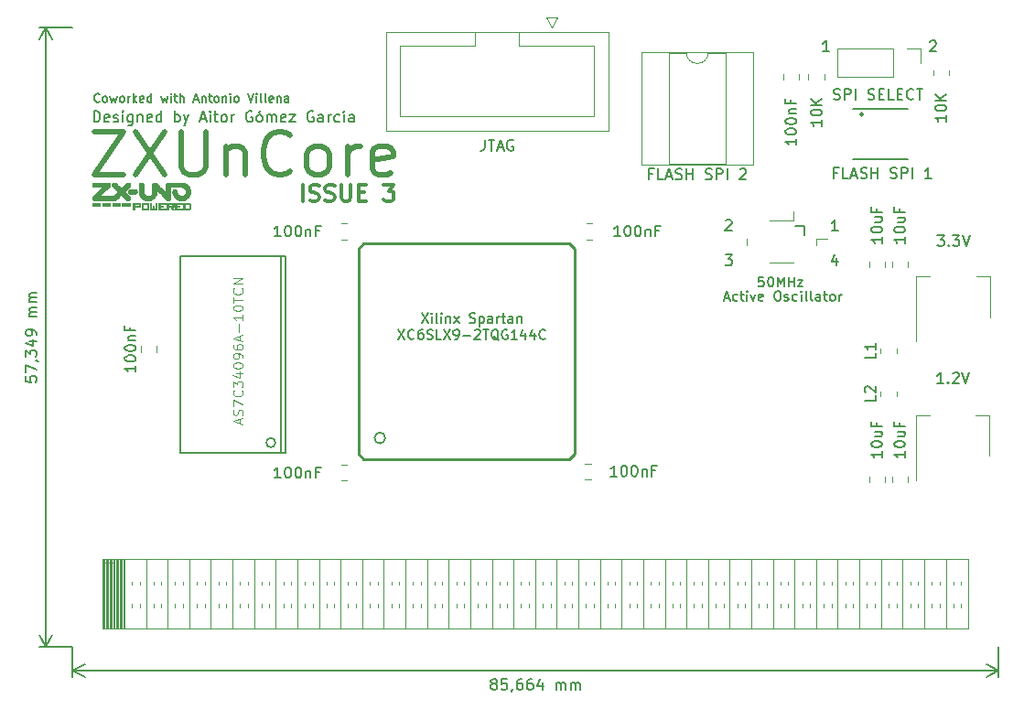
<source format=gto>
G04 #@! TF.GenerationSoftware,KiCad,Pcbnew,(5.1.9)-1*
G04 #@! TF.CreationDate,2021-06-19T06:27:31+02:00*
G04 #@! TF.ProjectId,ZXUnCore,5a58556e-436f-4726-952e-6b696361645f,rev?*
G04 #@! TF.SameCoordinates,Original*
G04 #@! TF.FileFunction,Legend,Top*
G04 #@! TF.FilePolarity,Positive*
%FSLAX46Y46*%
G04 Gerber Fmt 4.6, Leading zero omitted, Abs format (unit mm)*
G04 Created by KiCad (PCBNEW (5.1.9)-1) date 2021-06-19 06:27:31*
%MOMM*%
%LPD*%
G01*
G04 APERTURE LIST*
%ADD10C,0.150000*%
%ADD11C,0.300000*%
%ADD12C,0.500000*%
%ADD13C,0.010000*%
%ADD14C,0.120000*%
%ADD15C,0.200000*%
%ADD16C,0.152400*%
%ADD17C,0.203200*%
%ADD18C,0.127000*%
%ADD19C,0.254000*%
%ADD20C,0.096520*%
G04 APERTURE END LIST*
D10*
X95692380Y-95884767D02*
X95692380Y-96360958D01*
X96168571Y-96408577D01*
X96120952Y-96360958D01*
X96073333Y-96265720D01*
X96073333Y-96027624D01*
X96120952Y-95932386D01*
X96168571Y-95884767D01*
X96263809Y-95837148D01*
X96501904Y-95837148D01*
X96597142Y-95884767D01*
X96644761Y-95932386D01*
X96692380Y-96027624D01*
X96692380Y-96265720D01*
X96644761Y-96360958D01*
X96597142Y-96408577D01*
X95692380Y-95503815D02*
X95692380Y-94837148D01*
X96692380Y-95265720D01*
X96644761Y-94408577D02*
X96692380Y-94408577D01*
X96787619Y-94456196D01*
X96835238Y-94503815D01*
X95692380Y-94075243D02*
X95692380Y-93456196D01*
X96073333Y-93789529D01*
X96073333Y-93646672D01*
X96120952Y-93551434D01*
X96168571Y-93503815D01*
X96263809Y-93456196D01*
X96501904Y-93456196D01*
X96597142Y-93503815D01*
X96644761Y-93551434D01*
X96692380Y-93646672D01*
X96692380Y-93932386D01*
X96644761Y-94027624D01*
X96597142Y-94075243D01*
X96025714Y-92599053D02*
X96692380Y-92599053D01*
X95644761Y-92837148D02*
X96359047Y-93075243D01*
X96359047Y-92456196D01*
X96692380Y-92027624D02*
X96692380Y-91837148D01*
X96644761Y-91741910D01*
X96597142Y-91694291D01*
X96454285Y-91599053D01*
X96263809Y-91551434D01*
X95882857Y-91551434D01*
X95787619Y-91599053D01*
X95740000Y-91646672D01*
X95692380Y-91741910D01*
X95692380Y-91932386D01*
X95740000Y-92027624D01*
X95787619Y-92075243D01*
X95882857Y-92122862D01*
X96120952Y-92122862D01*
X96216190Y-92075243D01*
X96263809Y-92027624D01*
X96311428Y-91932386D01*
X96311428Y-91741910D01*
X96263809Y-91646672D01*
X96216190Y-91599053D01*
X96120952Y-91551434D01*
X96692380Y-90360958D02*
X96025714Y-90360958D01*
X96120952Y-90360958D02*
X96073333Y-90313339D01*
X96025714Y-90218100D01*
X96025714Y-90075243D01*
X96073333Y-89980005D01*
X96168571Y-89932386D01*
X96692380Y-89932386D01*
X96168571Y-89932386D02*
X96073333Y-89884767D01*
X96025714Y-89789529D01*
X96025714Y-89646672D01*
X96073333Y-89551434D01*
X96168571Y-89503815D01*
X96692380Y-89503815D01*
X96692380Y-89027624D02*
X96025714Y-89027624D01*
X96120952Y-89027624D02*
X96073333Y-88980005D01*
X96025714Y-88884767D01*
X96025714Y-88741910D01*
X96073333Y-88646672D01*
X96168571Y-88599053D01*
X96692380Y-88599053D01*
X96168571Y-88599053D02*
X96073333Y-88551434D01*
X96025714Y-88456196D01*
X96025714Y-88313339D01*
X96073333Y-88218100D01*
X96168571Y-88170481D01*
X96692380Y-88170481D01*
X97540000Y-120940000D02*
X97540000Y-63591441D01*
X100040000Y-120940000D02*
X96953579Y-120940000D01*
X100040000Y-63591441D02*
X96953579Y-63591441D01*
X97540000Y-63591441D02*
X98126421Y-64717945D01*
X97540000Y-63591441D02*
X96953579Y-64717945D01*
X97540000Y-120940000D02*
X98126421Y-119813496D01*
X97540000Y-120940000D02*
X96953579Y-119813496D01*
X138919709Y-124310952D02*
X138824470Y-124263333D01*
X138776851Y-124215714D01*
X138729232Y-124120476D01*
X138729232Y-124072857D01*
X138776851Y-123977619D01*
X138824470Y-123930000D01*
X138919709Y-123882380D01*
X139110185Y-123882380D01*
X139205423Y-123930000D01*
X139253042Y-123977619D01*
X139300661Y-124072857D01*
X139300661Y-124120476D01*
X139253042Y-124215714D01*
X139205423Y-124263333D01*
X139110185Y-124310952D01*
X138919709Y-124310952D01*
X138824470Y-124358571D01*
X138776851Y-124406190D01*
X138729232Y-124501428D01*
X138729232Y-124691904D01*
X138776851Y-124787142D01*
X138824470Y-124834761D01*
X138919709Y-124882380D01*
X139110185Y-124882380D01*
X139205423Y-124834761D01*
X139253042Y-124787142D01*
X139300661Y-124691904D01*
X139300661Y-124501428D01*
X139253042Y-124406190D01*
X139205423Y-124358571D01*
X139110185Y-124310952D01*
X140205423Y-123882380D02*
X139729232Y-123882380D01*
X139681613Y-124358571D01*
X139729232Y-124310952D01*
X139824470Y-124263333D01*
X140062566Y-124263333D01*
X140157804Y-124310952D01*
X140205423Y-124358571D01*
X140253042Y-124453809D01*
X140253042Y-124691904D01*
X140205423Y-124787142D01*
X140157804Y-124834761D01*
X140062566Y-124882380D01*
X139824470Y-124882380D01*
X139729232Y-124834761D01*
X139681613Y-124787142D01*
X140729232Y-124834761D02*
X140729232Y-124882380D01*
X140681613Y-124977619D01*
X140633994Y-125025238D01*
X141586375Y-123882380D02*
X141395899Y-123882380D01*
X141300661Y-123930000D01*
X141253042Y-123977619D01*
X141157804Y-124120476D01*
X141110185Y-124310952D01*
X141110185Y-124691904D01*
X141157804Y-124787142D01*
X141205423Y-124834761D01*
X141300661Y-124882380D01*
X141491137Y-124882380D01*
X141586375Y-124834761D01*
X141633994Y-124787142D01*
X141681613Y-124691904D01*
X141681613Y-124453809D01*
X141633994Y-124358571D01*
X141586375Y-124310952D01*
X141491137Y-124263333D01*
X141300661Y-124263333D01*
X141205423Y-124310952D01*
X141157804Y-124358571D01*
X141110185Y-124453809D01*
X142538756Y-123882380D02*
X142348280Y-123882380D01*
X142253042Y-123930000D01*
X142205423Y-123977619D01*
X142110185Y-124120476D01*
X142062566Y-124310952D01*
X142062566Y-124691904D01*
X142110185Y-124787142D01*
X142157804Y-124834761D01*
X142253042Y-124882380D01*
X142443518Y-124882380D01*
X142538756Y-124834761D01*
X142586375Y-124787142D01*
X142633994Y-124691904D01*
X142633994Y-124453809D01*
X142586375Y-124358571D01*
X142538756Y-124310952D01*
X142443518Y-124263333D01*
X142253042Y-124263333D01*
X142157804Y-124310952D01*
X142110185Y-124358571D01*
X142062566Y-124453809D01*
X143491137Y-124215714D02*
X143491137Y-124882380D01*
X143253042Y-123834761D02*
X143014947Y-124549047D01*
X143633994Y-124549047D01*
X144776851Y-124882380D02*
X144776851Y-124215714D01*
X144776851Y-124310952D02*
X144824470Y-124263333D01*
X144919709Y-124215714D01*
X145062566Y-124215714D01*
X145157804Y-124263333D01*
X145205423Y-124358571D01*
X145205423Y-124882380D01*
X145205423Y-124358571D02*
X145253042Y-124263333D01*
X145348280Y-124215714D01*
X145491137Y-124215714D01*
X145586375Y-124263333D01*
X145633994Y-124358571D01*
X145633994Y-124882380D01*
X146110185Y-124882380D02*
X146110185Y-124215714D01*
X146110185Y-124310952D02*
X146157804Y-124263333D01*
X146253042Y-124215714D01*
X146395899Y-124215714D01*
X146491137Y-124263333D01*
X146538756Y-124358571D01*
X146538756Y-124882380D01*
X146538756Y-124358571D02*
X146586375Y-124263333D01*
X146681613Y-124215714D01*
X146824470Y-124215714D01*
X146919709Y-124263333D01*
X146967328Y-124358571D01*
X146967328Y-124882380D01*
X100040000Y-123130000D02*
X185704180Y-123130000D01*
X100040000Y-120940000D02*
X100040000Y-123716421D01*
X185704180Y-120940000D02*
X185704180Y-123716421D01*
X185704180Y-123130000D02*
X184577676Y-123716421D01*
X185704180Y-123130000D02*
X184577676Y-122543579D01*
X100040000Y-123130000D02*
X101166504Y-123716421D01*
X100040000Y-123130000D02*
X101166504Y-122543579D01*
X132308571Y-90037142D02*
X132908571Y-90937142D01*
X132908571Y-90037142D02*
X132308571Y-90937142D01*
X133251428Y-90937142D02*
X133251428Y-90337142D01*
X133251428Y-90037142D02*
X133208571Y-90080000D01*
X133251428Y-90122857D01*
X133294285Y-90080000D01*
X133251428Y-90037142D01*
X133251428Y-90122857D01*
X133808571Y-90937142D02*
X133722857Y-90894285D01*
X133680000Y-90808571D01*
X133680000Y-90037142D01*
X134151428Y-90937142D02*
X134151428Y-90337142D01*
X134151428Y-90037142D02*
X134108571Y-90080000D01*
X134151428Y-90122857D01*
X134194285Y-90080000D01*
X134151428Y-90037142D01*
X134151428Y-90122857D01*
X134580000Y-90337142D02*
X134580000Y-90937142D01*
X134580000Y-90422857D02*
X134622857Y-90380000D01*
X134708571Y-90337142D01*
X134837142Y-90337142D01*
X134922857Y-90380000D01*
X134965714Y-90465714D01*
X134965714Y-90937142D01*
X135308571Y-90937142D02*
X135780000Y-90337142D01*
X135308571Y-90337142D02*
X135780000Y-90937142D01*
X136765714Y-90894285D02*
X136894285Y-90937142D01*
X137108571Y-90937142D01*
X137194285Y-90894285D01*
X137237142Y-90851428D01*
X137280000Y-90765714D01*
X137280000Y-90680000D01*
X137237142Y-90594285D01*
X137194285Y-90551428D01*
X137108571Y-90508571D01*
X136937142Y-90465714D01*
X136851428Y-90422857D01*
X136808571Y-90380000D01*
X136765714Y-90294285D01*
X136765714Y-90208571D01*
X136808571Y-90122857D01*
X136851428Y-90080000D01*
X136937142Y-90037142D01*
X137151428Y-90037142D01*
X137280000Y-90080000D01*
X137665714Y-90337142D02*
X137665714Y-91237142D01*
X137665714Y-90380000D02*
X137751428Y-90337142D01*
X137922857Y-90337142D01*
X138008571Y-90380000D01*
X138051428Y-90422857D01*
X138094285Y-90508571D01*
X138094285Y-90765714D01*
X138051428Y-90851428D01*
X138008571Y-90894285D01*
X137922857Y-90937142D01*
X137751428Y-90937142D01*
X137665714Y-90894285D01*
X138865714Y-90937142D02*
X138865714Y-90465714D01*
X138822857Y-90380000D01*
X138737142Y-90337142D01*
X138565714Y-90337142D01*
X138480000Y-90380000D01*
X138865714Y-90894285D02*
X138780000Y-90937142D01*
X138565714Y-90937142D01*
X138480000Y-90894285D01*
X138437142Y-90808571D01*
X138437142Y-90722857D01*
X138480000Y-90637142D01*
X138565714Y-90594285D01*
X138780000Y-90594285D01*
X138865714Y-90551428D01*
X139294285Y-90937142D02*
X139294285Y-90337142D01*
X139294285Y-90508571D02*
X139337142Y-90422857D01*
X139380000Y-90380000D01*
X139465714Y-90337142D01*
X139551428Y-90337142D01*
X139722857Y-90337142D02*
X140065714Y-90337142D01*
X139851428Y-90037142D02*
X139851428Y-90808571D01*
X139894285Y-90894285D01*
X139980000Y-90937142D01*
X140065714Y-90937142D01*
X140751428Y-90937142D02*
X140751428Y-90465714D01*
X140708571Y-90380000D01*
X140622857Y-90337142D01*
X140451428Y-90337142D01*
X140365714Y-90380000D01*
X140751428Y-90894285D02*
X140665714Y-90937142D01*
X140451428Y-90937142D01*
X140365714Y-90894285D01*
X140322857Y-90808571D01*
X140322857Y-90722857D01*
X140365714Y-90637142D01*
X140451428Y-90594285D01*
X140665714Y-90594285D01*
X140751428Y-90551428D01*
X141180000Y-90337142D02*
X141180000Y-90937142D01*
X141180000Y-90422857D02*
X141222857Y-90380000D01*
X141308571Y-90337142D01*
X141437142Y-90337142D01*
X141522857Y-90380000D01*
X141565714Y-90465714D01*
X141565714Y-90937142D01*
X130165714Y-91537142D02*
X130765714Y-92437142D01*
X130765714Y-91537142D02*
X130165714Y-92437142D01*
X131622857Y-92351428D02*
X131580000Y-92394285D01*
X131451428Y-92437142D01*
X131365714Y-92437142D01*
X131237142Y-92394285D01*
X131151428Y-92308571D01*
X131108571Y-92222857D01*
X131065714Y-92051428D01*
X131065714Y-91922857D01*
X131108571Y-91751428D01*
X131151428Y-91665714D01*
X131237142Y-91580000D01*
X131365714Y-91537142D01*
X131451428Y-91537142D01*
X131580000Y-91580000D01*
X131622857Y-91622857D01*
X132394285Y-91537142D02*
X132222857Y-91537142D01*
X132137142Y-91580000D01*
X132094285Y-91622857D01*
X132008571Y-91751428D01*
X131965714Y-91922857D01*
X131965714Y-92265714D01*
X132008571Y-92351428D01*
X132051428Y-92394285D01*
X132137142Y-92437142D01*
X132308571Y-92437142D01*
X132394285Y-92394285D01*
X132437142Y-92351428D01*
X132480000Y-92265714D01*
X132480000Y-92051428D01*
X132437142Y-91965714D01*
X132394285Y-91922857D01*
X132308571Y-91880000D01*
X132137142Y-91880000D01*
X132051428Y-91922857D01*
X132008571Y-91965714D01*
X131965714Y-92051428D01*
X132822857Y-92394285D02*
X132951428Y-92437142D01*
X133165714Y-92437142D01*
X133251428Y-92394285D01*
X133294285Y-92351428D01*
X133337142Y-92265714D01*
X133337142Y-92180000D01*
X133294285Y-92094285D01*
X133251428Y-92051428D01*
X133165714Y-92008571D01*
X132994285Y-91965714D01*
X132908571Y-91922857D01*
X132865714Y-91880000D01*
X132822857Y-91794285D01*
X132822857Y-91708571D01*
X132865714Y-91622857D01*
X132908571Y-91580000D01*
X132994285Y-91537142D01*
X133208571Y-91537142D01*
X133337142Y-91580000D01*
X134151428Y-92437142D02*
X133722857Y-92437142D01*
X133722857Y-91537142D01*
X134365714Y-91537142D02*
X134965714Y-92437142D01*
X134965714Y-91537142D02*
X134365714Y-92437142D01*
X135351428Y-92437142D02*
X135522857Y-92437142D01*
X135608571Y-92394285D01*
X135651428Y-92351428D01*
X135737142Y-92222857D01*
X135780000Y-92051428D01*
X135780000Y-91708571D01*
X135737142Y-91622857D01*
X135694285Y-91580000D01*
X135608571Y-91537142D01*
X135437142Y-91537142D01*
X135351428Y-91580000D01*
X135308571Y-91622857D01*
X135265714Y-91708571D01*
X135265714Y-91922857D01*
X135308571Y-92008571D01*
X135351428Y-92051428D01*
X135437142Y-92094285D01*
X135608571Y-92094285D01*
X135694285Y-92051428D01*
X135737142Y-92008571D01*
X135780000Y-91922857D01*
X136165714Y-92094285D02*
X136851428Y-92094285D01*
X137237142Y-91622857D02*
X137280000Y-91580000D01*
X137365714Y-91537142D01*
X137580000Y-91537142D01*
X137665714Y-91580000D01*
X137708571Y-91622857D01*
X137751428Y-91708571D01*
X137751428Y-91794285D01*
X137708571Y-91922857D01*
X137194285Y-92437142D01*
X137751428Y-92437142D01*
X138008571Y-91537142D02*
X138522857Y-91537142D01*
X138265714Y-92437142D02*
X138265714Y-91537142D01*
X139422857Y-92522857D02*
X139337142Y-92480000D01*
X139251428Y-92394285D01*
X139122857Y-92265714D01*
X139037142Y-92222857D01*
X138951428Y-92222857D01*
X138994285Y-92437142D02*
X138908571Y-92394285D01*
X138822857Y-92308571D01*
X138780000Y-92137142D01*
X138780000Y-91837142D01*
X138822857Y-91665714D01*
X138908571Y-91580000D01*
X138994285Y-91537142D01*
X139165714Y-91537142D01*
X139251428Y-91580000D01*
X139337142Y-91665714D01*
X139380000Y-91837142D01*
X139380000Y-92137142D01*
X139337142Y-92308571D01*
X139251428Y-92394285D01*
X139165714Y-92437142D01*
X138994285Y-92437142D01*
X140237142Y-91580000D02*
X140151428Y-91537142D01*
X140022857Y-91537142D01*
X139894285Y-91580000D01*
X139808571Y-91665714D01*
X139765714Y-91751428D01*
X139722857Y-91922857D01*
X139722857Y-92051428D01*
X139765714Y-92222857D01*
X139808571Y-92308571D01*
X139894285Y-92394285D01*
X140022857Y-92437142D01*
X140108571Y-92437142D01*
X140237142Y-92394285D01*
X140280000Y-92351428D01*
X140280000Y-92051428D01*
X140108571Y-92051428D01*
X141137142Y-92437142D02*
X140622857Y-92437142D01*
X140880000Y-92437142D02*
X140880000Y-91537142D01*
X140794285Y-91665714D01*
X140708571Y-91751428D01*
X140622857Y-91794285D01*
X141908571Y-91837142D02*
X141908571Y-92437142D01*
X141694285Y-91494285D02*
X141480000Y-92137142D01*
X142037142Y-92137142D01*
X142765714Y-91837142D02*
X142765714Y-92437142D01*
X142551428Y-91494285D02*
X142337142Y-92137142D01*
X142894285Y-92137142D01*
X143751428Y-92351428D02*
X143708571Y-92394285D01*
X143580000Y-92437142D01*
X143494285Y-92437142D01*
X143365714Y-92394285D01*
X143280000Y-92308571D01*
X143237142Y-92222857D01*
X143194285Y-92051428D01*
X143194285Y-91922857D01*
X143237142Y-91751428D01*
X143280000Y-91665714D01*
X143365714Y-91580000D01*
X143494285Y-91537142D01*
X143580000Y-91537142D01*
X143708571Y-91580000D01*
X143751428Y-91622857D01*
X160330000Y-88630000D02*
X160758571Y-88630000D01*
X160244285Y-88887142D02*
X160544285Y-87987142D01*
X160844285Y-88887142D01*
X161530000Y-88844285D02*
X161444285Y-88887142D01*
X161272857Y-88887142D01*
X161187142Y-88844285D01*
X161144285Y-88801428D01*
X161101428Y-88715714D01*
X161101428Y-88458571D01*
X161144285Y-88372857D01*
X161187142Y-88330000D01*
X161272857Y-88287142D01*
X161444285Y-88287142D01*
X161530000Y-88330000D01*
X161787142Y-88287142D02*
X162130000Y-88287142D01*
X161915714Y-87987142D02*
X161915714Y-88758571D01*
X161958571Y-88844285D01*
X162044285Y-88887142D01*
X162130000Y-88887142D01*
X162430000Y-88887142D02*
X162430000Y-88287142D01*
X162430000Y-87987142D02*
X162387142Y-88030000D01*
X162430000Y-88072857D01*
X162472857Y-88030000D01*
X162430000Y-87987142D01*
X162430000Y-88072857D01*
X162772857Y-88287142D02*
X162987142Y-88887142D01*
X163201428Y-88287142D01*
X163887142Y-88844285D02*
X163801428Y-88887142D01*
X163630000Y-88887142D01*
X163544285Y-88844285D01*
X163501428Y-88758571D01*
X163501428Y-88415714D01*
X163544285Y-88330000D01*
X163630000Y-88287142D01*
X163801428Y-88287142D01*
X163887142Y-88330000D01*
X163930000Y-88415714D01*
X163930000Y-88501428D01*
X163501428Y-88587142D01*
X165172857Y-87987142D02*
X165344285Y-87987142D01*
X165430000Y-88030000D01*
X165515714Y-88115714D01*
X165558571Y-88287142D01*
X165558571Y-88587142D01*
X165515714Y-88758571D01*
X165430000Y-88844285D01*
X165344285Y-88887142D01*
X165172857Y-88887142D01*
X165087142Y-88844285D01*
X165001428Y-88758571D01*
X164958571Y-88587142D01*
X164958571Y-88287142D01*
X165001428Y-88115714D01*
X165087142Y-88030000D01*
X165172857Y-87987142D01*
X165901428Y-88844285D02*
X165987142Y-88887142D01*
X166158571Y-88887142D01*
X166244285Y-88844285D01*
X166287142Y-88758571D01*
X166287142Y-88715714D01*
X166244285Y-88630000D01*
X166158571Y-88587142D01*
X166030000Y-88587142D01*
X165944285Y-88544285D01*
X165901428Y-88458571D01*
X165901428Y-88415714D01*
X165944285Y-88330000D01*
X166030000Y-88287142D01*
X166158571Y-88287142D01*
X166244285Y-88330000D01*
X167058571Y-88844285D02*
X166972857Y-88887142D01*
X166801428Y-88887142D01*
X166715714Y-88844285D01*
X166672857Y-88801428D01*
X166630000Y-88715714D01*
X166630000Y-88458571D01*
X166672857Y-88372857D01*
X166715714Y-88330000D01*
X166801428Y-88287142D01*
X166972857Y-88287142D01*
X167058571Y-88330000D01*
X167444285Y-88887142D02*
X167444285Y-88287142D01*
X167444285Y-87987142D02*
X167401428Y-88030000D01*
X167444285Y-88072857D01*
X167487142Y-88030000D01*
X167444285Y-87987142D01*
X167444285Y-88072857D01*
X168001428Y-88887142D02*
X167915714Y-88844285D01*
X167872857Y-88758571D01*
X167872857Y-87987142D01*
X168472857Y-88887142D02*
X168387142Y-88844285D01*
X168344285Y-88758571D01*
X168344285Y-87987142D01*
X169201428Y-88887142D02*
X169201428Y-88415714D01*
X169158571Y-88330000D01*
X169072857Y-88287142D01*
X168901428Y-88287142D01*
X168815714Y-88330000D01*
X169201428Y-88844285D02*
X169115714Y-88887142D01*
X168901428Y-88887142D01*
X168815714Y-88844285D01*
X168772857Y-88758571D01*
X168772857Y-88672857D01*
X168815714Y-88587142D01*
X168901428Y-88544285D01*
X169115714Y-88544285D01*
X169201428Y-88501428D01*
X169501428Y-88287142D02*
X169844285Y-88287142D01*
X169630000Y-87987142D02*
X169630000Y-88758571D01*
X169672857Y-88844285D01*
X169758571Y-88887142D01*
X169844285Y-88887142D01*
X170272857Y-88887142D02*
X170187142Y-88844285D01*
X170144285Y-88801428D01*
X170101428Y-88715714D01*
X170101428Y-88458571D01*
X170144285Y-88372857D01*
X170187142Y-88330000D01*
X170272857Y-88287142D01*
X170401428Y-88287142D01*
X170487142Y-88330000D01*
X170530000Y-88372857D01*
X170572857Y-88458571D01*
X170572857Y-88715714D01*
X170530000Y-88801428D01*
X170487142Y-88844285D01*
X170401428Y-88887142D01*
X170272857Y-88887142D01*
X170958571Y-88887142D02*
X170958571Y-88287142D01*
X170958571Y-88458571D02*
X171001428Y-88372857D01*
X171044285Y-88330000D01*
X171130000Y-88287142D01*
X171215714Y-88287142D01*
X170730476Y-84925714D02*
X170730476Y-85592380D01*
X170492380Y-84544761D02*
X170254285Y-85259047D01*
X170873333Y-85259047D01*
X160416666Y-84612380D02*
X161035714Y-84612380D01*
X160702380Y-84993333D01*
X160845238Y-84993333D01*
X160940476Y-85040952D01*
X160988095Y-85088571D01*
X161035714Y-85183809D01*
X161035714Y-85421904D01*
X160988095Y-85517142D01*
X160940476Y-85564761D01*
X160845238Y-85612380D01*
X160559523Y-85612380D01*
X160464285Y-85564761D01*
X160416666Y-85517142D01*
X160444285Y-81487619D02*
X160491904Y-81440000D01*
X160587142Y-81392380D01*
X160825238Y-81392380D01*
X160920476Y-81440000D01*
X160968095Y-81487619D01*
X161015714Y-81582857D01*
X161015714Y-81678095D01*
X160968095Y-81820952D01*
X160396666Y-82392380D01*
X161015714Y-82392380D01*
X170835714Y-82402380D02*
X170264285Y-82402380D01*
X170550000Y-82402380D02*
X170550000Y-81402380D01*
X170454761Y-81545238D01*
X170359523Y-81640476D01*
X170264285Y-81688095D01*
D11*
X121331428Y-79648571D02*
X121331428Y-78148571D01*
X121974285Y-79577142D02*
X122188571Y-79648571D01*
X122545714Y-79648571D01*
X122688571Y-79577142D01*
X122760000Y-79505714D01*
X122831428Y-79362857D01*
X122831428Y-79220000D01*
X122760000Y-79077142D01*
X122688571Y-79005714D01*
X122545714Y-78934285D01*
X122260000Y-78862857D01*
X122117142Y-78791428D01*
X122045714Y-78720000D01*
X121974285Y-78577142D01*
X121974285Y-78434285D01*
X122045714Y-78291428D01*
X122117142Y-78220000D01*
X122260000Y-78148571D01*
X122617142Y-78148571D01*
X122831428Y-78220000D01*
X123402857Y-79577142D02*
X123617142Y-79648571D01*
X123974285Y-79648571D01*
X124117142Y-79577142D01*
X124188571Y-79505714D01*
X124260000Y-79362857D01*
X124260000Y-79220000D01*
X124188571Y-79077142D01*
X124117142Y-79005714D01*
X123974285Y-78934285D01*
X123688571Y-78862857D01*
X123545714Y-78791428D01*
X123474285Y-78720000D01*
X123402857Y-78577142D01*
X123402857Y-78434285D01*
X123474285Y-78291428D01*
X123545714Y-78220000D01*
X123688571Y-78148571D01*
X124045714Y-78148571D01*
X124260000Y-78220000D01*
X124902857Y-78148571D02*
X124902857Y-79362857D01*
X124974285Y-79505714D01*
X125045714Y-79577142D01*
X125188571Y-79648571D01*
X125474285Y-79648571D01*
X125617142Y-79577142D01*
X125688571Y-79505714D01*
X125760000Y-79362857D01*
X125760000Y-78148571D01*
X126474285Y-78862857D02*
X126974285Y-78862857D01*
X127188571Y-79648571D02*
X126474285Y-79648571D01*
X126474285Y-78148571D01*
X127188571Y-78148571D01*
X128831428Y-78148571D02*
X129760000Y-78148571D01*
X129260000Y-78720000D01*
X129474285Y-78720000D01*
X129617142Y-78791428D01*
X129688571Y-78862857D01*
X129760000Y-79005714D01*
X129760000Y-79362857D01*
X129688571Y-79505714D01*
X129617142Y-79577142D01*
X129474285Y-79648571D01*
X129045714Y-79648571D01*
X128902857Y-79577142D01*
X128831428Y-79505714D01*
D10*
X102515714Y-70425714D02*
X102477619Y-70463809D01*
X102363333Y-70501904D01*
X102287142Y-70501904D01*
X102172857Y-70463809D01*
X102096666Y-70387619D01*
X102058571Y-70311428D01*
X102020476Y-70159047D01*
X102020476Y-70044761D01*
X102058571Y-69892380D01*
X102096666Y-69816190D01*
X102172857Y-69740000D01*
X102287142Y-69701904D01*
X102363333Y-69701904D01*
X102477619Y-69740000D01*
X102515714Y-69778095D01*
X102972857Y-70501904D02*
X102896666Y-70463809D01*
X102858571Y-70425714D01*
X102820476Y-70349523D01*
X102820476Y-70120952D01*
X102858571Y-70044761D01*
X102896666Y-70006666D01*
X102972857Y-69968571D01*
X103087142Y-69968571D01*
X103163333Y-70006666D01*
X103201428Y-70044761D01*
X103239523Y-70120952D01*
X103239523Y-70349523D01*
X103201428Y-70425714D01*
X103163333Y-70463809D01*
X103087142Y-70501904D01*
X102972857Y-70501904D01*
X103506190Y-69968571D02*
X103658571Y-70501904D01*
X103810952Y-70120952D01*
X103963333Y-70501904D01*
X104115714Y-69968571D01*
X104534761Y-70501904D02*
X104458571Y-70463809D01*
X104420476Y-70425714D01*
X104382380Y-70349523D01*
X104382380Y-70120952D01*
X104420476Y-70044761D01*
X104458571Y-70006666D01*
X104534761Y-69968571D01*
X104649047Y-69968571D01*
X104725238Y-70006666D01*
X104763333Y-70044761D01*
X104801428Y-70120952D01*
X104801428Y-70349523D01*
X104763333Y-70425714D01*
X104725238Y-70463809D01*
X104649047Y-70501904D01*
X104534761Y-70501904D01*
X105144285Y-70501904D02*
X105144285Y-69968571D01*
X105144285Y-70120952D02*
X105182380Y-70044761D01*
X105220476Y-70006666D01*
X105296666Y-69968571D01*
X105372857Y-69968571D01*
X105639523Y-70501904D02*
X105639523Y-69701904D01*
X105715714Y-70197142D02*
X105944285Y-70501904D01*
X105944285Y-69968571D02*
X105639523Y-70273333D01*
X106591904Y-70463809D02*
X106515714Y-70501904D01*
X106363333Y-70501904D01*
X106287142Y-70463809D01*
X106249047Y-70387619D01*
X106249047Y-70082857D01*
X106287142Y-70006666D01*
X106363333Y-69968571D01*
X106515714Y-69968571D01*
X106591904Y-70006666D01*
X106630000Y-70082857D01*
X106630000Y-70159047D01*
X106249047Y-70235238D01*
X107315714Y-70501904D02*
X107315714Y-69701904D01*
X107315714Y-70463809D02*
X107239523Y-70501904D01*
X107087142Y-70501904D01*
X107010952Y-70463809D01*
X106972857Y-70425714D01*
X106934761Y-70349523D01*
X106934761Y-70120952D01*
X106972857Y-70044761D01*
X107010952Y-70006666D01*
X107087142Y-69968571D01*
X107239523Y-69968571D01*
X107315714Y-70006666D01*
X108230000Y-69968571D02*
X108382380Y-70501904D01*
X108534761Y-70120952D01*
X108687142Y-70501904D01*
X108839523Y-69968571D01*
X109144285Y-70501904D02*
X109144285Y-69968571D01*
X109144285Y-69701904D02*
X109106190Y-69740000D01*
X109144285Y-69778095D01*
X109182380Y-69740000D01*
X109144285Y-69701904D01*
X109144285Y-69778095D01*
X109410952Y-69968571D02*
X109715714Y-69968571D01*
X109525238Y-69701904D02*
X109525238Y-70387619D01*
X109563333Y-70463809D01*
X109639523Y-70501904D01*
X109715714Y-70501904D01*
X109982380Y-70501904D02*
X109982380Y-69701904D01*
X110325238Y-70501904D02*
X110325238Y-70082857D01*
X110287142Y-70006666D01*
X110210952Y-69968571D01*
X110096666Y-69968571D01*
X110020476Y-70006666D01*
X109982380Y-70044761D01*
X111277619Y-70273333D02*
X111658571Y-70273333D01*
X111201428Y-70501904D02*
X111468095Y-69701904D01*
X111734761Y-70501904D01*
X112001428Y-69968571D02*
X112001428Y-70501904D01*
X112001428Y-70044761D02*
X112039523Y-70006666D01*
X112115714Y-69968571D01*
X112230000Y-69968571D01*
X112306190Y-70006666D01*
X112344285Y-70082857D01*
X112344285Y-70501904D01*
X112610952Y-69968571D02*
X112915714Y-69968571D01*
X112725238Y-69701904D02*
X112725238Y-70387619D01*
X112763333Y-70463809D01*
X112839523Y-70501904D01*
X112915714Y-70501904D01*
X113296666Y-70501904D02*
X113220476Y-70463809D01*
X113182380Y-70425714D01*
X113144285Y-70349523D01*
X113144285Y-70120952D01*
X113182380Y-70044761D01*
X113220476Y-70006666D01*
X113296666Y-69968571D01*
X113410952Y-69968571D01*
X113487142Y-70006666D01*
X113525238Y-70044761D01*
X113563333Y-70120952D01*
X113563333Y-70349523D01*
X113525238Y-70425714D01*
X113487142Y-70463809D01*
X113410952Y-70501904D01*
X113296666Y-70501904D01*
X113906190Y-69968571D02*
X113906190Y-70501904D01*
X113906190Y-70044761D02*
X113944285Y-70006666D01*
X114020476Y-69968571D01*
X114134761Y-69968571D01*
X114210952Y-70006666D01*
X114249047Y-70082857D01*
X114249047Y-70501904D01*
X114630000Y-70501904D02*
X114630000Y-69968571D01*
X114630000Y-69701904D02*
X114591904Y-69740000D01*
X114630000Y-69778095D01*
X114668095Y-69740000D01*
X114630000Y-69701904D01*
X114630000Y-69778095D01*
X115125238Y-70501904D02*
X115049047Y-70463809D01*
X115010952Y-70425714D01*
X114972857Y-70349523D01*
X114972857Y-70120952D01*
X115010952Y-70044761D01*
X115049047Y-70006666D01*
X115125238Y-69968571D01*
X115239523Y-69968571D01*
X115315714Y-70006666D01*
X115353809Y-70044761D01*
X115391904Y-70120952D01*
X115391904Y-70349523D01*
X115353809Y-70425714D01*
X115315714Y-70463809D01*
X115239523Y-70501904D01*
X115125238Y-70501904D01*
X116230000Y-69701904D02*
X116496666Y-70501904D01*
X116763333Y-69701904D01*
X117030000Y-70501904D02*
X117030000Y-69968571D01*
X117030000Y-69701904D02*
X116991904Y-69740000D01*
X117030000Y-69778095D01*
X117068095Y-69740000D01*
X117030000Y-69701904D01*
X117030000Y-69778095D01*
X117525238Y-70501904D02*
X117449047Y-70463809D01*
X117410952Y-70387619D01*
X117410952Y-69701904D01*
X117944285Y-70501904D02*
X117868095Y-70463809D01*
X117830000Y-70387619D01*
X117830000Y-69701904D01*
X118553809Y-70463809D02*
X118477619Y-70501904D01*
X118325238Y-70501904D01*
X118249047Y-70463809D01*
X118210952Y-70387619D01*
X118210952Y-70082857D01*
X118249047Y-70006666D01*
X118325238Y-69968571D01*
X118477619Y-69968571D01*
X118553809Y-70006666D01*
X118591904Y-70082857D01*
X118591904Y-70159047D01*
X118210952Y-70235238D01*
X118934761Y-69968571D02*
X118934761Y-70501904D01*
X118934761Y-70044761D02*
X118972857Y-70006666D01*
X119049047Y-69968571D01*
X119163333Y-69968571D01*
X119239523Y-70006666D01*
X119277619Y-70082857D01*
X119277619Y-70501904D01*
X120001428Y-70501904D02*
X120001428Y-70082857D01*
X119963333Y-70006666D01*
X119887142Y-69968571D01*
X119734761Y-69968571D01*
X119658571Y-70006666D01*
X120001428Y-70463809D02*
X119925238Y-70501904D01*
X119734761Y-70501904D01*
X119658571Y-70463809D01*
X119620476Y-70387619D01*
X119620476Y-70311428D01*
X119658571Y-70235238D01*
X119734761Y-70197142D01*
X119925238Y-70197142D01*
X120001428Y-70159047D01*
X102006190Y-72332380D02*
X102006190Y-71332380D01*
X102244285Y-71332380D01*
X102387142Y-71380000D01*
X102482380Y-71475238D01*
X102530000Y-71570476D01*
X102577619Y-71760952D01*
X102577619Y-71903809D01*
X102530000Y-72094285D01*
X102482380Y-72189523D01*
X102387142Y-72284761D01*
X102244285Y-72332380D01*
X102006190Y-72332380D01*
X103387142Y-72284761D02*
X103291904Y-72332380D01*
X103101428Y-72332380D01*
X103006190Y-72284761D01*
X102958571Y-72189523D01*
X102958571Y-71808571D01*
X103006190Y-71713333D01*
X103101428Y-71665714D01*
X103291904Y-71665714D01*
X103387142Y-71713333D01*
X103434761Y-71808571D01*
X103434761Y-71903809D01*
X102958571Y-71999047D01*
X103815714Y-72284761D02*
X103910952Y-72332380D01*
X104101428Y-72332380D01*
X104196666Y-72284761D01*
X104244285Y-72189523D01*
X104244285Y-72141904D01*
X104196666Y-72046666D01*
X104101428Y-71999047D01*
X103958571Y-71999047D01*
X103863333Y-71951428D01*
X103815714Y-71856190D01*
X103815714Y-71808571D01*
X103863333Y-71713333D01*
X103958571Y-71665714D01*
X104101428Y-71665714D01*
X104196666Y-71713333D01*
X104672857Y-72332380D02*
X104672857Y-71665714D01*
X104672857Y-71332380D02*
X104625238Y-71380000D01*
X104672857Y-71427619D01*
X104720476Y-71380000D01*
X104672857Y-71332380D01*
X104672857Y-71427619D01*
X105577619Y-71665714D02*
X105577619Y-72475238D01*
X105530000Y-72570476D01*
X105482380Y-72618095D01*
X105387142Y-72665714D01*
X105244285Y-72665714D01*
X105149047Y-72618095D01*
X105577619Y-72284761D02*
X105482380Y-72332380D01*
X105291904Y-72332380D01*
X105196666Y-72284761D01*
X105149047Y-72237142D01*
X105101428Y-72141904D01*
X105101428Y-71856190D01*
X105149047Y-71760952D01*
X105196666Y-71713333D01*
X105291904Y-71665714D01*
X105482380Y-71665714D01*
X105577619Y-71713333D01*
X106053809Y-71665714D02*
X106053809Y-72332380D01*
X106053809Y-71760952D02*
X106101428Y-71713333D01*
X106196666Y-71665714D01*
X106339523Y-71665714D01*
X106434761Y-71713333D01*
X106482380Y-71808571D01*
X106482380Y-72332380D01*
X107339523Y-72284761D02*
X107244285Y-72332380D01*
X107053809Y-72332380D01*
X106958571Y-72284761D01*
X106910952Y-72189523D01*
X106910952Y-71808571D01*
X106958571Y-71713333D01*
X107053809Y-71665714D01*
X107244285Y-71665714D01*
X107339523Y-71713333D01*
X107387142Y-71808571D01*
X107387142Y-71903809D01*
X106910952Y-71999047D01*
X108244285Y-72332380D02*
X108244285Y-71332380D01*
X108244285Y-72284761D02*
X108149047Y-72332380D01*
X107958571Y-72332380D01*
X107863333Y-72284761D01*
X107815714Y-72237142D01*
X107768095Y-72141904D01*
X107768095Y-71856190D01*
X107815714Y-71760952D01*
X107863333Y-71713333D01*
X107958571Y-71665714D01*
X108149047Y-71665714D01*
X108244285Y-71713333D01*
X109482380Y-72332380D02*
X109482380Y-71332380D01*
X109482380Y-71713333D02*
X109577619Y-71665714D01*
X109768095Y-71665714D01*
X109863333Y-71713333D01*
X109910952Y-71760952D01*
X109958571Y-71856190D01*
X109958571Y-72141904D01*
X109910952Y-72237142D01*
X109863333Y-72284761D01*
X109768095Y-72332380D01*
X109577619Y-72332380D01*
X109482380Y-72284761D01*
X110291904Y-71665714D02*
X110530000Y-72332380D01*
X110768095Y-71665714D02*
X110530000Y-72332380D01*
X110434761Y-72570476D01*
X110387142Y-72618095D01*
X110291904Y-72665714D01*
X111863333Y-72046666D02*
X112339523Y-72046666D01*
X111768095Y-72332380D02*
X112101428Y-71332380D01*
X112434761Y-72332380D01*
X112768095Y-72332380D02*
X112768095Y-71665714D01*
X112768095Y-71332380D02*
X112720476Y-71380000D01*
X112768095Y-71427619D01*
X112815714Y-71380000D01*
X112768095Y-71332380D01*
X112768095Y-71427619D01*
X113101428Y-71665714D02*
X113482380Y-71665714D01*
X113244285Y-71332380D02*
X113244285Y-72189523D01*
X113291904Y-72284761D01*
X113387142Y-72332380D01*
X113482380Y-72332380D01*
X113958571Y-72332380D02*
X113863333Y-72284761D01*
X113815714Y-72237142D01*
X113768095Y-72141904D01*
X113768095Y-71856190D01*
X113815714Y-71760952D01*
X113863333Y-71713333D01*
X113958571Y-71665714D01*
X114101428Y-71665714D01*
X114196666Y-71713333D01*
X114244285Y-71760952D01*
X114291904Y-71856190D01*
X114291904Y-72141904D01*
X114244285Y-72237142D01*
X114196666Y-72284761D01*
X114101428Y-72332380D01*
X113958571Y-72332380D01*
X114720476Y-72332380D02*
X114720476Y-71665714D01*
X114720476Y-71856190D02*
X114768095Y-71760952D01*
X114815714Y-71713333D01*
X114910952Y-71665714D01*
X115006190Y-71665714D01*
X116625238Y-71380000D02*
X116530000Y-71332380D01*
X116387142Y-71332380D01*
X116244285Y-71380000D01*
X116149047Y-71475238D01*
X116101428Y-71570476D01*
X116053809Y-71760952D01*
X116053809Y-71903809D01*
X116101428Y-72094285D01*
X116149047Y-72189523D01*
X116244285Y-72284761D01*
X116387142Y-72332380D01*
X116482380Y-72332380D01*
X116625238Y-72284761D01*
X116672857Y-72237142D01*
X116672857Y-71903809D01*
X116482380Y-71903809D01*
X117244285Y-72332380D02*
X117149047Y-72284761D01*
X117101428Y-72237142D01*
X117053809Y-72141904D01*
X117053809Y-71856190D01*
X117101428Y-71760952D01*
X117149047Y-71713333D01*
X117244285Y-71665714D01*
X117387142Y-71665714D01*
X117482380Y-71713333D01*
X117530000Y-71760952D01*
X117577619Y-71856190D01*
X117577619Y-72141904D01*
X117530000Y-72237142D01*
X117482380Y-72284761D01*
X117387142Y-72332380D01*
X117244285Y-72332380D01*
X117434761Y-71284761D02*
X117291904Y-71427619D01*
X118006190Y-72332380D02*
X118006190Y-71665714D01*
X118006190Y-71760952D02*
X118053809Y-71713333D01*
X118149047Y-71665714D01*
X118291904Y-71665714D01*
X118387142Y-71713333D01*
X118434761Y-71808571D01*
X118434761Y-72332380D01*
X118434761Y-71808571D02*
X118482380Y-71713333D01*
X118577619Y-71665714D01*
X118720476Y-71665714D01*
X118815714Y-71713333D01*
X118863333Y-71808571D01*
X118863333Y-72332380D01*
X119720476Y-72284761D02*
X119625238Y-72332380D01*
X119434761Y-72332380D01*
X119339523Y-72284761D01*
X119291904Y-72189523D01*
X119291904Y-71808571D01*
X119339523Y-71713333D01*
X119434761Y-71665714D01*
X119625238Y-71665714D01*
X119720476Y-71713333D01*
X119768095Y-71808571D01*
X119768095Y-71903809D01*
X119291904Y-71999047D01*
X120101428Y-71665714D02*
X120625238Y-71665714D01*
X120101428Y-72332380D01*
X120625238Y-72332380D01*
X122291904Y-71380000D02*
X122196666Y-71332380D01*
X122053809Y-71332380D01*
X121910952Y-71380000D01*
X121815714Y-71475238D01*
X121768095Y-71570476D01*
X121720476Y-71760952D01*
X121720476Y-71903809D01*
X121768095Y-72094285D01*
X121815714Y-72189523D01*
X121910952Y-72284761D01*
X122053809Y-72332380D01*
X122149047Y-72332380D01*
X122291904Y-72284761D01*
X122339523Y-72237142D01*
X122339523Y-71903809D01*
X122149047Y-71903809D01*
X123196666Y-72332380D02*
X123196666Y-71808571D01*
X123149047Y-71713333D01*
X123053809Y-71665714D01*
X122863333Y-71665714D01*
X122768095Y-71713333D01*
X123196666Y-72284761D02*
X123101428Y-72332380D01*
X122863333Y-72332380D01*
X122768095Y-72284761D01*
X122720476Y-72189523D01*
X122720476Y-72094285D01*
X122768095Y-71999047D01*
X122863333Y-71951428D01*
X123101428Y-71951428D01*
X123196666Y-71903809D01*
X123672857Y-72332380D02*
X123672857Y-71665714D01*
X123672857Y-71856190D02*
X123720476Y-71760952D01*
X123768095Y-71713333D01*
X123863333Y-71665714D01*
X123958571Y-71665714D01*
X124720476Y-72284761D02*
X124625238Y-72332380D01*
X124434761Y-72332380D01*
X124339523Y-72284761D01*
X124291904Y-72237142D01*
X124244285Y-72141904D01*
X124244285Y-71856190D01*
X124291904Y-71760952D01*
X124339523Y-71713333D01*
X124434761Y-71665714D01*
X124625238Y-71665714D01*
X124720476Y-71713333D01*
X125149047Y-72332380D02*
X125149047Y-71665714D01*
X125244285Y-71284761D02*
X125101428Y-71427619D01*
X126053809Y-72332380D02*
X126053809Y-71808571D01*
X126006190Y-71713333D01*
X125910952Y-71665714D01*
X125720476Y-71665714D01*
X125625238Y-71713333D01*
X126053809Y-72284761D02*
X125958571Y-72332380D01*
X125720476Y-72332380D01*
X125625238Y-72284761D01*
X125577619Y-72189523D01*
X125577619Y-72094285D01*
X125625238Y-71999047D01*
X125720476Y-71951428D01*
X125958571Y-71951428D01*
X126053809Y-71903809D01*
D12*
X102065238Y-73239523D02*
X104731904Y-73239523D01*
X102065238Y-77239523D01*
X104731904Y-77239523D01*
X105874761Y-73239523D02*
X108541428Y-77239523D01*
X108541428Y-73239523D02*
X105874761Y-77239523D01*
X110065238Y-73239523D02*
X110065238Y-76477619D01*
X110255714Y-76858571D01*
X110446190Y-77049047D01*
X110827142Y-77239523D01*
X111589047Y-77239523D01*
X111970000Y-77049047D01*
X112160476Y-76858571D01*
X112350952Y-76477619D01*
X112350952Y-73239523D01*
X114255714Y-74572857D02*
X114255714Y-77239523D01*
X114255714Y-74953809D02*
X114446190Y-74763333D01*
X114827142Y-74572857D01*
X115398571Y-74572857D01*
X115779523Y-74763333D01*
X115970000Y-75144285D01*
X115970000Y-77239523D01*
X120160476Y-76858571D02*
X119970000Y-77049047D01*
X119398571Y-77239523D01*
X119017619Y-77239523D01*
X118446190Y-77049047D01*
X118065238Y-76668095D01*
X117874761Y-76287142D01*
X117684285Y-75525238D01*
X117684285Y-74953809D01*
X117874761Y-74191904D01*
X118065238Y-73810952D01*
X118446190Y-73430000D01*
X119017619Y-73239523D01*
X119398571Y-73239523D01*
X119970000Y-73430000D01*
X120160476Y-73620476D01*
X122446190Y-77239523D02*
X122065238Y-77049047D01*
X121874761Y-76858571D01*
X121684285Y-76477619D01*
X121684285Y-75334761D01*
X121874761Y-74953809D01*
X122065238Y-74763333D01*
X122446190Y-74572857D01*
X123017619Y-74572857D01*
X123398571Y-74763333D01*
X123589047Y-74953809D01*
X123779523Y-75334761D01*
X123779523Y-76477619D01*
X123589047Y-76858571D01*
X123398571Y-77049047D01*
X123017619Y-77239523D01*
X122446190Y-77239523D01*
X125493809Y-77239523D02*
X125493809Y-74572857D01*
X125493809Y-75334761D02*
X125684285Y-74953809D01*
X125874761Y-74763333D01*
X126255714Y-74572857D01*
X126636666Y-74572857D01*
X129493809Y-77049047D02*
X129112857Y-77239523D01*
X128350952Y-77239523D01*
X127970000Y-77049047D01*
X127779523Y-76668095D01*
X127779523Y-75144285D01*
X127970000Y-74763333D01*
X128350952Y-74572857D01*
X129112857Y-74572857D01*
X129493809Y-74763333D01*
X129684285Y-75144285D01*
X129684285Y-75525238D01*
X127779523Y-75906190D01*
D10*
X179344285Y-64907619D02*
X179391904Y-64860000D01*
X179487142Y-64812380D01*
X179725238Y-64812380D01*
X179820476Y-64860000D01*
X179868095Y-64907619D01*
X179915714Y-65002857D01*
X179915714Y-65098095D01*
X179868095Y-65240952D01*
X179296666Y-65812380D01*
X179915714Y-65812380D01*
X170015714Y-65812380D02*
X169444285Y-65812380D01*
X169730000Y-65812380D02*
X169730000Y-64812380D01*
X169634761Y-64955238D01*
X169539523Y-65050476D01*
X169444285Y-65098095D01*
D13*
G36*
X106278400Y-80202145D02*
G01*
X105761164Y-80202145D01*
X105761164Y-80460764D01*
X105627236Y-80460764D01*
X105627236Y-79943527D01*
X105761164Y-79943527D01*
X105761164Y-80068218D01*
X106144473Y-80068218D01*
X106144473Y-79943527D01*
X105761164Y-79943527D01*
X105627236Y-79943527D01*
X105627236Y-79809600D01*
X106278400Y-79809600D01*
X106278400Y-80202145D01*
G37*
X106278400Y-80202145D02*
X105761164Y-80202145D01*
X105761164Y-80460764D01*
X105627236Y-80460764D01*
X105627236Y-79943527D01*
X105761164Y-79943527D01*
X105761164Y-80068218D01*
X106144473Y-80068218D01*
X106144473Y-79943527D01*
X105761164Y-79943527D01*
X105627236Y-79943527D01*
X105627236Y-79809600D01*
X106278400Y-79809600D01*
X106278400Y-80202145D01*
G36*
X107054255Y-80460764D02*
G01*
X106403091Y-80460764D01*
X106403091Y-79943527D01*
X106537018Y-79943527D01*
X106537018Y-80326836D01*
X106920327Y-80326836D01*
X106920327Y-79943527D01*
X106537018Y-79943527D01*
X106403091Y-79943527D01*
X106403091Y-79809600D01*
X107054255Y-79809600D01*
X107054255Y-80460764D01*
G37*
X107054255Y-80460764D02*
X106403091Y-80460764D01*
X106403091Y-79943527D01*
X106537018Y-79943527D01*
X106537018Y-80326836D01*
X106920327Y-80326836D01*
X106920327Y-79943527D01*
X106537018Y-79943527D01*
X106403091Y-79943527D01*
X106403091Y-79809600D01*
X107054255Y-79809600D01*
X107054255Y-80460764D01*
G36*
X107312873Y-80326836D02*
G01*
X107437564Y-80326836D01*
X107437564Y-80077454D01*
X107571491Y-80077454D01*
X107571491Y-80326836D01*
X107696182Y-80326836D01*
X107696182Y-79809600D01*
X107830109Y-79809600D01*
X107830109Y-80460764D01*
X107178946Y-80460764D01*
X107178946Y-79809600D01*
X107312873Y-79809600D01*
X107312873Y-80326836D01*
G37*
X107312873Y-80326836D02*
X107437564Y-80326836D01*
X107437564Y-80077454D01*
X107571491Y-80077454D01*
X107571491Y-80326836D01*
X107696182Y-80326836D01*
X107696182Y-79809600D01*
X107830109Y-79809600D01*
X107830109Y-80460764D01*
X107178946Y-80460764D01*
X107178946Y-79809600D01*
X107312873Y-79809600D01*
X107312873Y-80326836D01*
G36*
X108605964Y-79943527D02*
G01*
X108088727Y-79943527D01*
X108088727Y-80068218D01*
X108347346Y-80068218D01*
X108347346Y-80202145D01*
X108088727Y-80202145D01*
X108088727Y-80326836D01*
X108605964Y-80326836D01*
X108605964Y-80460764D01*
X107954800Y-80460764D01*
X107954800Y-79809600D01*
X108605964Y-79809600D01*
X108605964Y-79943527D01*
G37*
X108605964Y-79943527D02*
X108088727Y-79943527D01*
X108088727Y-80068218D01*
X108347346Y-80068218D01*
X108347346Y-80202145D01*
X108088727Y-80202145D01*
X108088727Y-80326836D01*
X108605964Y-80326836D01*
X108605964Y-80460764D01*
X107954800Y-80460764D01*
X107954800Y-79809600D01*
X108605964Y-79809600D01*
X108605964Y-79943527D01*
G36*
X109381818Y-80201942D02*
G01*
X109295908Y-80203198D01*
X109209997Y-80204454D01*
X109305144Y-80330498D01*
X109327551Y-80360240D01*
X109348079Y-80387604D01*
X109366089Y-80411726D01*
X109380942Y-80431748D01*
X109391998Y-80446807D01*
X109398618Y-80456042D01*
X109400291Y-80458652D01*
X109395927Y-80459357D01*
X109383855Y-80459962D01*
X109365601Y-80460425D01*
X109342694Y-80460702D01*
X109324621Y-80460764D01*
X109248952Y-80460764D01*
X109064916Y-80204454D01*
X108964749Y-80203210D01*
X108864582Y-80201965D01*
X108864582Y-80460764D01*
X108730655Y-80460764D01*
X108730655Y-79943527D01*
X108864582Y-79943527D01*
X108864582Y-80068218D01*
X109247891Y-80068218D01*
X109247891Y-79943527D01*
X108864582Y-79943527D01*
X108730655Y-79943527D01*
X108730655Y-79809600D01*
X109381818Y-79809600D01*
X109381818Y-80201942D01*
G37*
X109381818Y-80201942D02*
X109295908Y-80203198D01*
X109209997Y-80204454D01*
X109305144Y-80330498D01*
X109327551Y-80360240D01*
X109348079Y-80387604D01*
X109366089Y-80411726D01*
X109380942Y-80431748D01*
X109391998Y-80446807D01*
X109398618Y-80456042D01*
X109400291Y-80458652D01*
X109395927Y-80459357D01*
X109383855Y-80459962D01*
X109365601Y-80460425D01*
X109342694Y-80460702D01*
X109324621Y-80460764D01*
X109248952Y-80460764D01*
X109064916Y-80204454D01*
X108964749Y-80203210D01*
X108864582Y-80201965D01*
X108864582Y-80460764D01*
X108730655Y-80460764D01*
X108730655Y-79943527D01*
X108864582Y-79943527D01*
X108864582Y-80068218D01*
X109247891Y-80068218D01*
X109247891Y-79943527D01*
X108864582Y-79943527D01*
X108730655Y-79943527D01*
X108730655Y-79809600D01*
X109381818Y-79809600D01*
X109381818Y-80201942D01*
G36*
X110153055Y-79943527D02*
G01*
X109635818Y-79943527D01*
X109635818Y-80068218D01*
X109894436Y-80068218D01*
X109894436Y-80202145D01*
X109635818Y-80202145D01*
X109635818Y-80326836D01*
X110153055Y-80326836D01*
X110153055Y-80460764D01*
X109506509Y-80460764D01*
X109506509Y-79809600D01*
X110153055Y-79809600D01*
X110153055Y-79943527D01*
G37*
X110153055Y-79943527D02*
X109635818Y-79943527D01*
X109635818Y-80068218D01*
X109894436Y-80068218D01*
X109894436Y-80202145D01*
X109635818Y-80202145D01*
X109635818Y-80326836D01*
X110153055Y-80326836D01*
X110153055Y-80460764D01*
X109506509Y-80460764D01*
X109506509Y-79809600D01*
X110153055Y-79809600D01*
X110153055Y-79943527D01*
G36*
X110865471Y-79873160D02*
G01*
X110928909Y-79936719D01*
X110928909Y-80327554D01*
X110865510Y-80394159D01*
X110802112Y-80460764D01*
X110277746Y-80460764D01*
X110277746Y-79943527D01*
X110411673Y-79943527D01*
X110411673Y-80326836D01*
X110749455Y-80326836D01*
X110799483Y-80282964D01*
X110799542Y-80135340D01*
X110799600Y-79987717D01*
X110777837Y-79965622D01*
X110756075Y-79943527D01*
X110411673Y-79943527D01*
X110277746Y-79943527D01*
X110277746Y-79809600D01*
X110802033Y-79809600D01*
X110865471Y-79873160D01*
G37*
X110865471Y-79873160D02*
X110928909Y-79936719D01*
X110928909Y-80327554D01*
X110865510Y-80394159D01*
X110802112Y-80460764D01*
X110277746Y-80460764D01*
X110277746Y-79943527D01*
X110411673Y-79943527D01*
X110411673Y-80326836D01*
X110749455Y-80326836D01*
X110799483Y-80282964D01*
X110799542Y-80135340D01*
X110799600Y-79987717D01*
X110777837Y-79965622D01*
X110756075Y-79943527D01*
X110411673Y-79943527D01*
X110277746Y-79943527D01*
X110277746Y-79809600D01*
X110802033Y-79809600D01*
X110865471Y-79873160D01*
G36*
X102583855Y-80063600D02*
G01*
X101872655Y-80063600D01*
X101872655Y-79809600D01*
X102583855Y-79809600D01*
X102583855Y-80063600D01*
G37*
X102583855Y-80063600D02*
X101872655Y-80063600D01*
X101872655Y-79809600D01*
X102583855Y-79809600D01*
X102583855Y-80063600D01*
G36*
X103498255Y-80063600D02*
G01*
X102787055Y-80063600D01*
X102787055Y-79809600D01*
X103498255Y-79809600D01*
X103498255Y-80063600D01*
G37*
X103498255Y-80063600D02*
X102787055Y-80063600D01*
X102787055Y-79809600D01*
X103498255Y-79809600D01*
X103498255Y-80063600D01*
G36*
X104412655Y-80063600D02*
G01*
X103701455Y-80063600D01*
X103701455Y-79809600D01*
X104412655Y-79809600D01*
X104412655Y-80063600D01*
G37*
X104412655Y-80063600D02*
X103701455Y-80063600D01*
X103701455Y-79809600D01*
X104412655Y-79809600D01*
X104412655Y-80063600D01*
G36*
X105327055Y-80063600D02*
G01*
X104615855Y-80063600D01*
X104615855Y-79809600D01*
X105327055Y-79809600D01*
X105327055Y-80063600D01*
G37*
X105327055Y-80063600D02*
X104615855Y-80063600D01*
X104615855Y-79809600D01*
X105327055Y-79809600D01*
X105327055Y-80063600D01*
G36*
X102735999Y-77939272D02*
G01*
X102803756Y-77939341D01*
X102870188Y-77939456D01*
X102934633Y-77939617D01*
X102996432Y-77939824D01*
X103054925Y-77940077D01*
X103109451Y-77940376D01*
X103159350Y-77940721D01*
X103203963Y-77941111D01*
X103242628Y-77941548D01*
X103274687Y-77942030D01*
X103299478Y-77942559D01*
X103316342Y-77943133D01*
X103324551Y-77943742D01*
X103365893Y-77955080D01*
X103403822Y-77974613D01*
X103437189Y-78001583D01*
X103464842Y-78035230D01*
X103466162Y-78037239D01*
X103483901Y-78071089D01*
X103494301Y-78107391D01*
X103497809Y-78147965D01*
X103497435Y-78164735D01*
X103495914Y-78186872D01*
X103493169Y-78203793D01*
X103488185Y-78219514D01*
X103479950Y-78238053D01*
X103477816Y-78242468D01*
X103475230Y-78247654D01*
X103472440Y-78252791D01*
X103469112Y-78258224D01*
X103464914Y-78264301D01*
X103459513Y-78271368D01*
X103452576Y-78279770D01*
X103443772Y-78289854D01*
X103432767Y-78301965D01*
X103419229Y-78316451D01*
X103402825Y-78333658D01*
X103383223Y-78353931D01*
X103360090Y-78377616D01*
X103333093Y-78405061D01*
X103301899Y-78436610D01*
X103266177Y-78472611D01*
X103225594Y-78513410D01*
X103179816Y-78559352D01*
X103128511Y-78610784D01*
X103071348Y-78668052D01*
X103007992Y-78731502D01*
X103007086Y-78732409D01*
X102553991Y-79186145D01*
X103782441Y-79186145D01*
X103990175Y-78982274D01*
X104026570Y-78946527D01*
X104060976Y-78912679D01*
X104092830Y-78881284D01*
X104121573Y-78852900D01*
X104146643Y-78828081D01*
X104167478Y-78807383D01*
X104183518Y-78791363D01*
X104194201Y-78780575D01*
X104198966Y-78775576D01*
X104199164Y-78775311D01*
X104196157Y-78771656D01*
X104187064Y-78762030D01*
X104172387Y-78746939D01*
X104152627Y-78726886D01*
X104128286Y-78702374D01*
X104099867Y-78673908D01*
X104067871Y-78641991D01*
X104032800Y-78607127D01*
X103995155Y-78569820D01*
X103955440Y-78530573D01*
X103949439Y-78524653D01*
X103900726Y-78476595D01*
X103858148Y-78434519D01*
X103821272Y-78397909D01*
X103789665Y-78366252D01*
X103762895Y-78339034D01*
X103740528Y-78315741D01*
X103722132Y-78295860D01*
X103707275Y-78278877D01*
X103695522Y-78264278D01*
X103686442Y-78251549D01*
X103679601Y-78240176D01*
X103674567Y-78229646D01*
X103670907Y-78219446D01*
X103668188Y-78209060D01*
X103665977Y-78197975D01*
X103663842Y-78185679D01*
X103663832Y-78185619D01*
X103661330Y-78144664D01*
X103667290Y-78104021D01*
X103681001Y-78065085D01*
X103701754Y-78029255D01*
X103728837Y-77997926D01*
X103761540Y-77972496D01*
X103776562Y-77964020D01*
X103814320Y-77949608D01*
X103854929Y-77942456D01*
X103896438Y-77942443D01*
X103936896Y-77949450D01*
X103974352Y-77963357D01*
X103998472Y-77977650D01*
X104005156Y-77983297D01*
X104017831Y-77994893D01*
X104035925Y-78011890D01*
X104058867Y-78033737D01*
X104086087Y-78059883D01*
X104117012Y-78089779D01*
X104151072Y-78122874D01*
X104187697Y-78158618D01*
X104226314Y-78196461D01*
X104262268Y-78231827D01*
X104301665Y-78270572D01*
X104339190Y-78307331D01*
X104374320Y-78341601D01*
X104406533Y-78372878D01*
X104435306Y-78400659D01*
X104460117Y-78424443D01*
X104480443Y-78443726D01*
X104495762Y-78458005D01*
X104505552Y-78466777D01*
X104509275Y-78469548D01*
X104513166Y-78466138D01*
X104523113Y-78456748D01*
X104538598Y-78441882D01*
X104559101Y-78422048D01*
X104584102Y-78397749D01*
X104613082Y-78369492D01*
X104645523Y-78337783D01*
X104680904Y-78303127D01*
X104718707Y-78266029D01*
X104758412Y-78226996D01*
X104760630Y-78224814D01*
X104807173Y-78179037D01*
X104847651Y-78139295D01*
X104882563Y-78105124D01*
X104912411Y-78076062D01*
X104937694Y-78051647D01*
X104958914Y-78031417D01*
X104976569Y-78014908D01*
X104991160Y-78001659D01*
X105003187Y-77991207D01*
X105013152Y-77983089D01*
X105021553Y-77976844D01*
X105028891Y-77972009D01*
X105035667Y-77968120D01*
X105041573Y-77965110D01*
X105084843Y-77948668D01*
X105128293Y-77941395D01*
X105171565Y-77943291D01*
X105214300Y-77954358D01*
X105238477Y-77964867D01*
X105276166Y-77988552D01*
X105306895Y-78018049D01*
X105330273Y-78052675D01*
X105345911Y-78091748D01*
X105353416Y-78134585D01*
X105353654Y-78165895D01*
X105351757Y-78188844D01*
X105348405Y-78206862D01*
X105342519Y-78224248D01*
X105334432Y-78242337D01*
X105330610Y-78250154D01*
X105326587Y-78257543D01*
X105321810Y-78265102D01*
X105315722Y-78273430D01*
X105307767Y-78283125D01*
X105297391Y-78294786D01*
X105284037Y-78309011D01*
X105267150Y-78326397D01*
X105246175Y-78347544D01*
X105220554Y-78373050D01*
X105189734Y-78403512D01*
X105153159Y-78439529D01*
X105131798Y-78460537D01*
X105094871Y-78496846D01*
X105057888Y-78533209D01*
X105021749Y-78568743D01*
X104987357Y-78602560D01*
X104955610Y-78633775D01*
X104927410Y-78661503D01*
X104903658Y-78684858D01*
X104885255Y-78702953D01*
X104879930Y-78708189D01*
X104813806Y-78773210D01*
X105061959Y-79017778D01*
X105102191Y-79057529D01*
X105140747Y-79095821D01*
X105177083Y-79132100D01*
X105210652Y-79165811D01*
X105240906Y-79196400D01*
X105267300Y-79223310D01*
X105289286Y-79245988D01*
X105306318Y-79263878D01*
X105317850Y-79276426D01*
X105323335Y-79283077D01*
X105323368Y-79283127D01*
X105339868Y-79316654D01*
X105350442Y-79354806D01*
X105354626Y-79394761D01*
X105351955Y-79433696D01*
X105349869Y-79444234D01*
X105338004Y-79478331D01*
X105319127Y-79511577D01*
X105294955Y-79541743D01*
X105267205Y-79566600D01*
X105244961Y-79580476D01*
X105203484Y-79596717D01*
X105160369Y-79604764D01*
X105117054Y-79604681D01*
X105074979Y-79596531D01*
X105035582Y-79580377D01*
X105019095Y-79570503D01*
X105012706Y-79565212D01*
X105000314Y-79553965D01*
X104982483Y-79537302D01*
X104959775Y-79515765D01*
X104932752Y-79489893D01*
X104901978Y-79460227D01*
X104868015Y-79427309D01*
X104831426Y-79391678D01*
X104792773Y-79353875D01*
X104754149Y-79315946D01*
X104508526Y-79074264D01*
X104459436Y-79122622D01*
X104394705Y-79186384D01*
X104336198Y-79243991D01*
X104283554Y-79295767D01*
X104236414Y-79342036D01*
X104194419Y-79383123D01*
X104157211Y-79419353D01*
X104124429Y-79451049D01*
X104095714Y-79478535D01*
X104070707Y-79502137D01*
X104049049Y-79522178D01*
X104030380Y-79538984D01*
X104014342Y-79552877D01*
X104000574Y-79564183D01*
X103988718Y-79573226D01*
X103978415Y-79580330D01*
X103969304Y-79585820D01*
X103961028Y-79590020D01*
X103953225Y-79593253D01*
X103945538Y-79595846D01*
X103937607Y-79598121D01*
X103930662Y-79599980D01*
X103922960Y-79600799D01*
X103906558Y-79601564D01*
X103881992Y-79602277D01*
X103849796Y-79602937D01*
X103810506Y-79603545D01*
X103764658Y-79604100D01*
X103712786Y-79604604D01*
X103655426Y-79605057D01*
X103593114Y-79605458D01*
X103526384Y-79605807D01*
X103455772Y-79606107D01*
X103381813Y-79606355D01*
X103305042Y-79606553D01*
X103225995Y-79606701D01*
X103145207Y-79606799D01*
X103063213Y-79606848D01*
X102980549Y-79606847D01*
X102897750Y-79606797D01*
X102815350Y-79606698D01*
X102733886Y-79606551D01*
X102653893Y-79606355D01*
X102575906Y-79606111D01*
X102500460Y-79605819D01*
X102428090Y-79605479D01*
X102359333Y-79605092D01*
X102294722Y-79604658D01*
X102234794Y-79604177D01*
X102180084Y-79603649D01*
X102131126Y-79603075D01*
X102088457Y-79602455D01*
X102052611Y-79601788D01*
X102024125Y-79601076D01*
X102003532Y-79600319D01*
X101991369Y-79599516D01*
X101988592Y-79599092D01*
X101948366Y-79583638D01*
X101912808Y-79560392D01*
X101882501Y-79529840D01*
X101858024Y-79492472D01*
X101855191Y-79486916D01*
X101847943Y-79471928D01*
X101843089Y-79460104D01*
X101840150Y-79448915D01*
X101838645Y-79435837D01*
X101838094Y-79418342D01*
X101838018Y-79396512D01*
X101837815Y-79384712D01*
X101837408Y-79374243D01*
X101837097Y-79364747D01*
X101837187Y-79355867D01*
X101837979Y-79347245D01*
X101839775Y-79338522D01*
X101842878Y-79329341D01*
X101847589Y-79319344D01*
X101854212Y-79308173D01*
X101863048Y-79295471D01*
X101874399Y-79280879D01*
X101888567Y-79264039D01*
X101905856Y-79244595D01*
X101926567Y-79222187D01*
X101951002Y-79196458D01*
X101979463Y-79167050D01*
X102012254Y-79133605D01*
X102049675Y-79095766D01*
X102092030Y-79053174D01*
X102139620Y-79005472D01*
X102192748Y-78952301D01*
X102251716Y-78893305D01*
X102316826Y-78828124D01*
X102324682Y-78820255D01*
X102784436Y-78359692D01*
X101990418Y-78357182D01*
X101958353Y-78341998D01*
X101924317Y-78323179D01*
X101897267Y-78301743D01*
X101874988Y-78275850D01*
X101870186Y-78268892D01*
X101851202Y-78232448D01*
X101839660Y-78192672D01*
X101835574Y-78151306D01*
X101838962Y-78110091D01*
X101849838Y-78070769D01*
X101868043Y-78035348D01*
X101894585Y-78003284D01*
X101927415Y-77976668D01*
X101964667Y-77956710D01*
X102004474Y-77944620D01*
X102009413Y-77943742D01*
X102017843Y-77943123D01*
X102034850Y-77942549D01*
X102059772Y-77942022D01*
X102091951Y-77941540D01*
X102130725Y-77941104D01*
X102175435Y-77940714D01*
X102225420Y-77940370D01*
X102280020Y-77940072D01*
X102338576Y-77939820D01*
X102400426Y-77939614D01*
X102464912Y-77939454D01*
X102531372Y-77939339D01*
X102599146Y-77939271D01*
X102667576Y-77939248D01*
X102735999Y-77939272D01*
G37*
X102735999Y-77939272D02*
X102803756Y-77939341D01*
X102870188Y-77939456D01*
X102934633Y-77939617D01*
X102996432Y-77939824D01*
X103054925Y-77940077D01*
X103109451Y-77940376D01*
X103159350Y-77940721D01*
X103203963Y-77941111D01*
X103242628Y-77941548D01*
X103274687Y-77942030D01*
X103299478Y-77942559D01*
X103316342Y-77943133D01*
X103324551Y-77943742D01*
X103365893Y-77955080D01*
X103403822Y-77974613D01*
X103437189Y-78001583D01*
X103464842Y-78035230D01*
X103466162Y-78037239D01*
X103483901Y-78071089D01*
X103494301Y-78107391D01*
X103497809Y-78147965D01*
X103497435Y-78164735D01*
X103495914Y-78186872D01*
X103493169Y-78203793D01*
X103488185Y-78219514D01*
X103479950Y-78238053D01*
X103477816Y-78242468D01*
X103475230Y-78247654D01*
X103472440Y-78252791D01*
X103469112Y-78258224D01*
X103464914Y-78264301D01*
X103459513Y-78271368D01*
X103452576Y-78279770D01*
X103443772Y-78289854D01*
X103432767Y-78301965D01*
X103419229Y-78316451D01*
X103402825Y-78333658D01*
X103383223Y-78353931D01*
X103360090Y-78377616D01*
X103333093Y-78405061D01*
X103301899Y-78436610D01*
X103266177Y-78472611D01*
X103225594Y-78513410D01*
X103179816Y-78559352D01*
X103128511Y-78610784D01*
X103071348Y-78668052D01*
X103007992Y-78731502D01*
X103007086Y-78732409D01*
X102553991Y-79186145D01*
X103782441Y-79186145D01*
X103990175Y-78982274D01*
X104026570Y-78946527D01*
X104060976Y-78912679D01*
X104092830Y-78881284D01*
X104121573Y-78852900D01*
X104146643Y-78828081D01*
X104167478Y-78807383D01*
X104183518Y-78791363D01*
X104194201Y-78780575D01*
X104198966Y-78775576D01*
X104199164Y-78775311D01*
X104196157Y-78771656D01*
X104187064Y-78762030D01*
X104172387Y-78746939D01*
X104152627Y-78726886D01*
X104128286Y-78702374D01*
X104099867Y-78673908D01*
X104067871Y-78641991D01*
X104032800Y-78607127D01*
X103995155Y-78569820D01*
X103955440Y-78530573D01*
X103949439Y-78524653D01*
X103900726Y-78476595D01*
X103858148Y-78434519D01*
X103821272Y-78397909D01*
X103789665Y-78366252D01*
X103762895Y-78339034D01*
X103740528Y-78315741D01*
X103722132Y-78295860D01*
X103707275Y-78278877D01*
X103695522Y-78264278D01*
X103686442Y-78251549D01*
X103679601Y-78240176D01*
X103674567Y-78229646D01*
X103670907Y-78219446D01*
X103668188Y-78209060D01*
X103665977Y-78197975D01*
X103663842Y-78185679D01*
X103663832Y-78185619D01*
X103661330Y-78144664D01*
X103667290Y-78104021D01*
X103681001Y-78065085D01*
X103701754Y-78029255D01*
X103728837Y-77997926D01*
X103761540Y-77972496D01*
X103776562Y-77964020D01*
X103814320Y-77949608D01*
X103854929Y-77942456D01*
X103896438Y-77942443D01*
X103936896Y-77949450D01*
X103974352Y-77963357D01*
X103998472Y-77977650D01*
X104005156Y-77983297D01*
X104017831Y-77994893D01*
X104035925Y-78011890D01*
X104058867Y-78033737D01*
X104086087Y-78059883D01*
X104117012Y-78089779D01*
X104151072Y-78122874D01*
X104187697Y-78158618D01*
X104226314Y-78196461D01*
X104262268Y-78231827D01*
X104301665Y-78270572D01*
X104339190Y-78307331D01*
X104374320Y-78341601D01*
X104406533Y-78372878D01*
X104435306Y-78400659D01*
X104460117Y-78424443D01*
X104480443Y-78443726D01*
X104495762Y-78458005D01*
X104505552Y-78466777D01*
X104509275Y-78469548D01*
X104513166Y-78466138D01*
X104523113Y-78456748D01*
X104538598Y-78441882D01*
X104559101Y-78422048D01*
X104584102Y-78397749D01*
X104613082Y-78369492D01*
X104645523Y-78337783D01*
X104680904Y-78303127D01*
X104718707Y-78266029D01*
X104758412Y-78226996D01*
X104760630Y-78224814D01*
X104807173Y-78179037D01*
X104847651Y-78139295D01*
X104882563Y-78105124D01*
X104912411Y-78076062D01*
X104937694Y-78051647D01*
X104958914Y-78031417D01*
X104976569Y-78014908D01*
X104991160Y-78001659D01*
X105003187Y-77991207D01*
X105013152Y-77983089D01*
X105021553Y-77976844D01*
X105028891Y-77972009D01*
X105035667Y-77968120D01*
X105041573Y-77965110D01*
X105084843Y-77948668D01*
X105128293Y-77941395D01*
X105171565Y-77943291D01*
X105214300Y-77954358D01*
X105238477Y-77964867D01*
X105276166Y-77988552D01*
X105306895Y-78018049D01*
X105330273Y-78052675D01*
X105345911Y-78091748D01*
X105353416Y-78134585D01*
X105353654Y-78165895D01*
X105351757Y-78188844D01*
X105348405Y-78206862D01*
X105342519Y-78224248D01*
X105334432Y-78242337D01*
X105330610Y-78250154D01*
X105326587Y-78257543D01*
X105321810Y-78265102D01*
X105315722Y-78273430D01*
X105307767Y-78283125D01*
X105297391Y-78294786D01*
X105284037Y-78309011D01*
X105267150Y-78326397D01*
X105246175Y-78347544D01*
X105220554Y-78373050D01*
X105189734Y-78403512D01*
X105153159Y-78439529D01*
X105131798Y-78460537D01*
X105094871Y-78496846D01*
X105057888Y-78533209D01*
X105021749Y-78568743D01*
X104987357Y-78602560D01*
X104955610Y-78633775D01*
X104927410Y-78661503D01*
X104903658Y-78684858D01*
X104885255Y-78702953D01*
X104879930Y-78708189D01*
X104813806Y-78773210D01*
X105061959Y-79017778D01*
X105102191Y-79057529D01*
X105140747Y-79095821D01*
X105177083Y-79132100D01*
X105210652Y-79165811D01*
X105240906Y-79196400D01*
X105267300Y-79223310D01*
X105289286Y-79245988D01*
X105306318Y-79263878D01*
X105317850Y-79276426D01*
X105323335Y-79283077D01*
X105323368Y-79283127D01*
X105339868Y-79316654D01*
X105350442Y-79354806D01*
X105354626Y-79394761D01*
X105351955Y-79433696D01*
X105349869Y-79444234D01*
X105338004Y-79478331D01*
X105319127Y-79511577D01*
X105294955Y-79541743D01*
X105267205Y-79566600D01*
X105244961Y-79580476D01*
X105203484Y-79596717D01*
X105160369Y-79604764D01*
X105117054Y-79604681D01*
X105074979Y-79596531D01*
X105035582Y-79580377D01*
X105019095Y-79570503D01*
X105012706Y-79565212D01*
X105000314Y-79553965D01*
X104982483Y-79537302D01*
X104959775Y-79515765D01*
X104932752Y-79489893D01*
X104901978Y-79460227D01*
X104868015Y-79427309D01*
X104831426Y-79391678D01*
X104792773Y-79353875D01*
X104754149Y-79315946D01*
X104508526Y-79074264D01*
X104459436Y-79122622D01*
X104394705Y-79186384D01*
X104336198Y-79243991D01*
X104283554Y-79295767D01*
X104236414Y-79342036D01*
X104194419Y-79383123D01*
X104157211Y-79419353D01*
X104124429Y-79451049D01*
X104095714Y-79478535D01*
X104070707Y-79502137D01*
X104049049Y-79522178D01*
X104030380Y-79538984D01*
X104014342Y-79552877D01*
X104000574Y-79564183D01*
X103988718Y-79573226D01*
X103978415Y-79580330D01*
X103969304Y-79585820D01*
X103961028Y-79590020D01*
X103953225Y-79593253D01*
X103945538Y-79595846D01*
X103937607Y-79598121D01*
X103930662Y-79599980D01*
X103922960Y-79600799D01*
X103906558Y-79601564D01*
X103881992Y-79602277D01*
X103849796Y-79602937D01*
X103810506Y-79603545D01*
X103764658Y-79604100D01*
X103712786Y-79604604D01*
X103655426Y-79605057D01*
X103593114Y-79605458D01*
X103526384Y-79605807D01*
X103455772Y-79606107D01*
X103381813Y-79606355D01*
X103305042Y-79606553D01*
X103225995Y-79606701D01*
X103145207Y-79606799D01*
X103063213Y-79606848D01*
X102980549Y-79606847D01*
X102897750Y-79606797D01*
X102815350Y-79606698D01*
X102733886Y-79606551D01*
X102653893Y-79606355D01*
X102575906Y-79606111D01*
X102500460Y-79605819D01*
X102428090Y-79605479D01*
X102359333Y-79605092D01*
X102294722Y-79604658D01*
X102234794Y-79604177D01*
X102180084Y-79603649D01*
X102131126Y-79603075D01*
X102088457Y-79602455D01*
X102052611Y-79601788D01*
X102024125Y-79601076D01*
X102003532Y-79600319D01*
X101991369Y-79599516D01*
X101988592Y-79599092D01*
X101948366Y-79583638D01*
X101912808Y-79560392D01*
X101882501Y-79529840D01*
X101858024Y-79492472D01*
X101855191Y-79486916D01*
X101847943Y-79471928D01*
X101843089Y-79460104D01*
X101840150Y-79448915D01*
X101838645Y-79435837D01*
X101838094Y-79418342D01*
X101838018Y-79396512D01*
X101837815Y-79384712D01*
X101837408Y-79374243D01*
X101837097Y-79364747D01*
X101837187Y-79355867D01*
X101837979Y-79347245D01*
X101839775Y-79338522D01*
X101842878Y-79329341D01*
X101847589Y-79319344D01*
X101854212Y-79308173D01*
X101863048Y-79295471D01*
X101874399Y-79280879D01*
X101888567Y-79264039D01*
X101905856Y-79244595D01*
X101926567Y-79222187D01*
X101951002Y-79196458D01*
X101979463Y-79167050D01*
X102012254Y-79133605D01*
X102049675Y-79095766D01*
X102092030Y-79053174D01*
X102139620Y-79005472D01*
X102192748Y-78952301D01*
X102251716Y-78893305D01*
X102316826Y-78828124D01*
X102324682Y-78820255D01*
X102784436Y-78359692D01*
X101990418Y-78357182D01*
X101958353Y-78341998D01*
X101924317Y-78323179D01*
X101897267Y-78301743D01*
X101874988Y-78275850D01*
X101870186Y-78268892D01*
X101851202Y-78232448D01*
X101839660Y-78192672D01*
X101835574Y-78151306D01*
X101838962Y-78110091D01*
X101849838Y-78070769D01*
X101868043Y-78035348D01*
X101894585Y-78003284D01*
X101927415Y-77976668D01*
X101964667Y-77956710D01*
X102004474Y-77944620D01*
X102009413Y-77943742D01*
X102017843Y-77943123D01*
X102034850Y-77942549D01*
X102059772Y-77942022D01*
X102091951Y-77941540D01*
X102130725Y-77941104D01*
X102175435Y-77940714D01*
X102225420Y-77940370D01*
X102280020Y-77940072D01*
X102338576Y-77939820D01*
X102400426Y-77939614D01*
X102464912Y-77939454D01*
X102531372Y-77939339D01*
X102599146Y-77939271D01*
X102667576Y-77939248D01*
X102735999Y-77939272D01*
G36*
X109569931Y-77939385D02*
G01*
X109657921Y-77939484D01*
X109740123Y-77939651D01*
X109816203Y-77939882D01*
X109885825Y-77940176D01*
X109948652Y-77940531D01*
X110004350Y-77940944D01*
X110052582Y-77941413D01*
X110093013Y-77941935D01*
X110125308Y-77942509D01*
X110149130Y-77943133D01*
X110164144Y-77943803D01*
X110166683Y-77943996D01*
X110254229Y-77956211D01*
X110338691Y-77976894D01*
X110419588Y-78005714D01*
X110496441Y-78042341D01*
X110568767Y-78086445D01*
X110636087Y-78137694D01*
X110697919Y-78195758D01*
X110753783Y-78260307D01*
X110803198Y-78331010D01*
X110845683Y-78407536D01*
X110848143Y-78412600D01*
X110879261Y-78485275D01*
X110902485Y-78558309D01*
X110918121Y-78633187D01*
X110926472Y-78711395D01*
X110927845Y-78794418D01*
X110927685Y-78800512D01*
X110922995Y-78874669D01*
X110913028Y-78943243D01*
X110897222Y-79008594D01*
X110875013Y-79073083D01*
X110848147Y-79134296D01*
X110816703Y-79194186D01*
X110782114Y-79248727D01*
X110742750Y-79300138D01*
X110696984Y-79350641D01*
X110669574Y-79377800D01*
X110619270Y-79422701D01*
X110568209Y-79461086D01*
X110513282Y-79495137D01*
X110469400Y-79518292D01*
X110388290Y-79553527D01*
X110305285Y-79579879D01*
X110220938Y-79597343D01*
X110135801Y-79605915D01*
X110050429Y-79605589D01*
X109965372Y-79596360D01*
X109881185Y-79578223D01*
X109798420Y-79551174D01*
X109737418Y-79524942D01*
X109663790Y-79485018D01*
X109595085Y-79438047D01*
X109531719Y-79384691D01*
X109474108Y-79325610D01*
X109422668Y-79261466D01*
X109377815Y-79192919D01*
X109339964Y-79120629D01*
X109309533Y-79045259D01*
X109286937Y-78967468D01*
X109272591Y-78887918D01*
X109266913Y-78807270D01*
X109267078Y-78777809D01*
X109267827Y-78752799D01*
X109268852Y-78734669D01*
X109270617Y-78721066D01*
X109273587Y-78709636D01*
X109278225Y-78698024D01*
X109284997Y-78683877D01*
X109286003Y-78681840D01*
X109309108Y-78644862D01*
X109338047Y-78614377D01*
X109371744Y-78590751D01*
X109409124Y-78574348D01*
X109449108Y-78565535D01*
X109490623Y-78564677D01*
X109532590Y-78572139D01*
X109568905Y-78585812D01*
X109591856Y-78599719D01*
X109615792Y-78619123D01*
X109637644Y-78641226D01*
X109654339Y-78663227D01*
X109654993Y-78664291D01*
X109666160Y-78686187D01*
X109674658Y-78711405D01*
X109680931Y-78741729D01*
X109685424Y-78778946D01*
X109686381Y-78790294D01*
X109689965Y-78827912D01*
X109694627Y-78859023D01*
X109701023Y-78886347D01*
X109709811Y-78912604D01*
X109721649Y-78940513D01*
X109723853Y-78945277D01*
X109753559Y-78998457D01*
X109790051Y-79046092D01*
X109832512Y-79087653D01*
X109880124Y-79122615D01*
X109932070Y-79150452D01*
X109987532Y-79170636D01*
X110045692Y-79182642D01*
X110097636Y-79186024D01*
X110156869Y-79181515D01*
X110214486Y-79168374D01*
X110269552Y-79147181D01*
X110321134Y-79118515D01*
X110368296Y-79082956D01*
X110410106Y-79041083D01*
X110445628Y-78993475D01*
X110466004Y-78957545D01*
X110485525Y-78912683D01*
X110498471Y-78868209D01*
X110505690Y-78820768D01*
X110507484Y-78793261D01*
X110506248Y-78731787D01*
X110497218Y-78674667D01*
X110480136Y-78620916D01*
X110454745Y-78569550D01*
X110444822Y-78553454D01*
X110407005Y-78503229D01*
X110362972Y-78459751D01*
X110313085Y-78423286D01*
X110257710Y-78394100D01*
X110197208Y-78372458D01*
X110196927Y-78372379D01*
X110159982Y-78361965D01*
X109063164Y-78359169D01*
X109063164Y-78885172D01*
X109063121Y-78975302D01*
X109062994Y-79057977D01*
X109062783Y-79133015D01*
X109062492Y-79200236D01*
X109062120Y-79259458D01*
X109061671Y-79310500D01*
X109061144Y-79353181D01*
X109060543Y-79387319D01*
X109059867Y-79412733D01*
X109059120Y-79429241D01*
X109058450Y-79436031D01*
X109047867Y-79471774D01*
X109030603Y-79506366D01*
X109008116Y-79537714D01*
X108981866Y-79563728D01*
X108958150Y-79579831D01*
X108917231Y-79597002D01*
X108874657Y-79605531D01*
X108831662Y-79605365D01*
X108789481Y-79596450D01*
X108767600Y-79588036D01*
X108762694Y-79585784D01*
X108757883Y-79583368D01*
X108752823Y-79580460D01*
X108747172Y-79576730D01*
X108740586Y-79571850D01*
X108732723Y-79565490D01*
X108723239Y-79557321D01*
X108711792Y-79547014D01*
X108698038Y-79534239D01*
X108681635Y-79518668D01*
X108662239Y-79499971D01*
X108639507Y-79477819D01*
X108613096Y-79451884D01*
X108582664Y-79421835D01*
X108547867Y-79387344D01*
X108508362Y-79348082D01*
X108463806Y-79303719D01*
X108413857Y-79253926D01*
X108358170Y-79198375D01*
X108296404Y-79136735D01*
X108274609Y-79114983D01*
X107816255Y-78657516D01*
X107816217Y-78740567D01*
X107815034Y-78803874D01*
X107811334Y-78860423D01*
X107804792Y-78912426D01*
X107795087Y-78962097D01*
X107781897Y-79011648D01*
X107772312Y-79041833D01*
X107741123Y-79120696D01*
X107701811Y-79195899D01*
X107654984Y-79266753D01*
X107601248Y-79332569D01*
X107541213Y-79392658D01*
X107475486Y-79446331D01*
X107404675Y-79492901D01*
X107347509Y-79523273D01*
X107266561Y-79557341D01*
X107184626Y-79582299D01*
X107101187Y-79598265D01*
X107015729Y-79605352D01*
X106978973Y-79605708D01*
X106954873Y-79605326D01*
X106932981Y-79604782D01*
X106915555Y-79604144D01*
X106904852Y-79603483D01*
X106904164Y-79603410D01*
X106829328Y-79592228D01*
X106760408Y-79576431D01*
X106694947Y-79555304D01*
X106630488Y-79528129D01*
X106607514Y-79516960D01*
X106532401Y-79474166D01*
X106462833Y-79424240D01*
X106399193Y-79367708D01*
X106341860Y-79305095D01*
X106291216Y-79236927D01*
X106247641Y-79163729D01*
X106211516Y-79086026D01*
X106183221Y-79004344D01*
X106163138Y-78919208D01*
X106159697Y-78899040D01*
X106158165Y-78888696D01*
X106156831Y-78877844D01*
X106155684Y-78865798D01*
X106154708Y-78851869D01*
X106153890Y-78835372D01*
X106153216Y-78815620D01*
X106152674Y-78791925D01*
X106152248Y-78763601D01*
X106151927Y-78729960D01*
X106151696Y-78690317D01*
X106151541Y-78643984D01*
X106151450Y-78590275D01*
X106151407Y-78528501D01*
X106151400Y-78479564D01*
X106151400Y-78112418D01*
X106162418Y-78082400D01*
X106181565Y-78042479D01*
X106207058Y-78008361D01*
X106237922Y-77980605D01*
X106273182Y-77959768D01*
X106311863Y-77946409D01*
X106352990Y-77941087D01*
X106395589Y-77944361D01*
X106401364Y-77945485D01*
X106444451Y-77958809D01*
X106482444Y-77979467D01*
X106514700Y-78006935D01*
X106540577Y-78040688D01*
X106556310Y-78071999D01*
X106567036Y-78098564D01*
X106569557Y-78465709D01*
X106570023Y-78532634D01*
X106570452Y-78590982D01*
X106570864Y-78641409D01*
X106571281Y-78684574D01*
X106571722Y-78721136D01*
X106572209Y-78751752D01*
X106572761Y-78777080D01*
X106573398Y-78797778D01*
X106574142Y-78814505D01*
X106575013Y-78827918D01*
X106576030Y-78838676D01*
X106577215Y-78847437D01*
X106578588Y-78854858D01*
X106580169Y-78861599D01*
X106581979Y-78868316D01*
X106582049Y-78868568D01*
X106603755Y-78930827D01*
X106632329Y-78987044D01*
X106667570Y-79037011D01*
X106709275Y-79080516D01*
X106757243Y-79117352D01*
X106811271Y-79147306D01*
X106871157Y-79170170D01*
X106872776Y-79170664D01*
X106890645Y-79175745D01*
X106906545Y-79179247D01*
X106923018Y-79181473D01*
X106942605Y-79182722D01*
X106967846Y-79183296D01*
X106980364Y-79183406D01*
X107009761Y-79183338D01*
X107032430Y-79182546D01*
X107050865Y-79180799D01*
X107067561Y-79177862D01*
X107084273Y-79173708D01*
X107144215Y-79152702D01*
X107199052Y-79124161D01*
X107248346Y-79088518D01*
X107291660Y-79046208D01*
X107328555Y-78997666D01*
X107358595Y-78943327D01*
X107381340Y-78883624D01*
X107383356Y-78876825D01*
X107385177Y-78870313D01*
X107386769Y-78863810D01*
X107388152Y-78856663D01*
X107389346Y-78848217D01*
X107390371Y-78837820D01*
X107391247Y-78824816D01*
X107391995Y-78808553D01*
X107392634Y-78788376D01*
X107393185Y-78763632D01*
X107393669Y-78733667D01*
X107394105Y-78697827D01*
X107394513Y-78655458D01*
X107394914Y-78605907D01*
X107395329Y-78548519D01*
X107395776Y-78482641D01*
X107395843Y-78472636D01*
X107398309Y-78103182D01*
X107408806Y-78077231D01*
X107429464Y-78037514D01*
X107456204Y-78004083D01*
X107488022Y-77977331D01*
X107523914Y-77957650D01*
X107562876Y-77945432D01*
X107603907Y-77941071D01*
X107646001Y-77944957D01*
X107688157Y-77957483D01*
X107700800Y-77963049D01*
X107705368Y-77965405D01*
X107710443Y-77968483D01*
X107716365Y-77972611D01*
X107723472Y-77978116D01*
X107732102Y-77985324D01*
X107742595Y-77994564D01*
X107755289Y-78006162D01*
X107770522Y-78020446D01*
X107788634Y-78037743D01*
X107809963Y-78058380D01*
X107834847Y-78082684D01*
X107863625Y-78110983D01*
X107896636Y-78143604D01*
X107934219Y-78180874D01*
X107976712Y-78223120D01*
X108024453Y-78270670D01*
X108077782Y-78323850D01*
X108137037Y-78382989D01*
X108186864Y-78432740D01*
X108642909Y-78888164D01*
X108643022Y-78504909D01*
X108643101Y-78431178D01*
X108643292Y-78363997D01*
X108643590Y-78303684D01*
X108643991Y-78250558D01*
X108644492Y-78204938D01*
X108645089Y-78167145D01*
X108645779Y-78137496D01*
X108646556Y-78116311D01*
X108647419Y-78103910D01*
X108647804Y-78101402D01*
X108659977Y-78066467D01*
X108679330Y-78032692D01*
X108704174Y-78002263D01*
X108732821Y-77977363D01*
X108753388Y-77964817D01*
X108760193Y-77961344D01*
X108766539Y-77958202D01*
X108772897Y-77955375D01*
X108779741Y-77952846D01*
X108787543Y-77950598D01*
X108796777Y-77948616D01*
X108807914Y-77946882D01*
X108821428Y-77945380D01*
X108837792Y-77944093D01*
X108857478Y-77943004D01*
X108880958Y-77942097D01*
X108908707Y-77941355D01*
X108941196Y-77940761D01*
X108978898Y-77940299D01*
X109022286Y-77939952D01*
X109071833Y-77939704D01*
X109128012Y-77939538D01*
X109191295Y-77939437D01*
X109262155Y-77939384D01*
X109341065Y-77939364D01*
X109428497Y-77939358D01*
X109476491Y-77939356D01*
X109569931Y-77939385D01*
G37*
X109569931Y-77939385D02*
X109657921Y-77939484D01*
X109740123Y-77939651D01*
X109816203Y-77939882D01*
X109885825Y-77940176D01*
X109948652Y-77940531D01*
X110004350Y-77940944D01*
X110052582Y-77941413D01*
X110093013Y-77941935D01*
X110125308Y-77942509D01*
X110149130Y-77943133D01*
X110164144Y-77943803D01*
X110166683Y-77943996D01*
X110254229Y-77956211D01*
X110338691Y-77976894D01*
X110419588Y-78005714D01*
X110496441Y-78042341D01*
X110568767Y-78086445D01*
X110636087Y-78137694D01*
X110697919Y-78195758D01*
X110753783Y-78260307D01*
X110803198Y-78331010D01*
X110845683Y-78407536D01*
X110848143Y-78412600D01*
X110879261Y-78485275D01*
X110902485Y-78558309D01*
X110918121Y-78633187D01*
X110926472Y-78711395D01*
X110927845Y-78794418D01*
X110927685Y-78800512D01*
X110922995Y-78874669D01*
X110913028Y-78943243D01*
X110897222Y-79008594D01*
X110875013Y-79073083D01*
X110848147Y-79134296D01*
X110816703Y-79194186D01*
X110782114Y-79248727D01*
X110742750Y-79300138D01*
X110696984Y-79350641D01*
X110669574Y-79377800D01*
X110619270Y-79422701D01*
X110568209Y-79461086D01*
X110513282Y-79495137D01*
X110469400Y-79518292D01*
X110388290Y-79553527D01*
X110305285Y-79579879D01*
X110220938Y-79597343D01*
X110135801Y-79605915D01*
X110050429Y-79605589D01*
X109965372Y-79596360D01*
X109881185Y-79578223D01*
X109798420Y-79551174D01*
X109737418Y-79524942D01*
X109663790Y-79485018D01*
X109595085Y-79438047D01*
X109531719Y-79384691D01*
X109474108Y-79325610D01*
X109422668Y-79261466D01*
X109377815Y-79192919D01*
X109339964Y-79120629D01*
X109309533Y-79045259D01*
X109286937Y-78967468D01*
X109272591Y-78887918D01*
X109266913Y-78807270D01*
X109267078Y-78777809D01*
X109267827Y-78752799D01*
X109268852Y-78734669D01*
X109270617Y-78721066D01*
X109273587Y-78709636D01*
X109278225Y-78698024D01*
X109284997Y-78683877D01*
X109286003Y-78681840D01*
X109309108Y-78644862D01*
X109338047Y-78614377D01*
X109371744Y-78590751D01*
X109409124Y-78574348D01*
X109449108Y-78565535D01*
X109490623Y-78564677D01*
X109532590Y-78572139D01*
X109568905Y-78585812D01*
X109591856Y-78599719D01*
X109615792Y-78619123D01*
X109637644Y-78641226D01*
X109654339Y-78663227D01*
X109654993Y-78664291D01*
X109666160Y-78686187D01*
X109674658Y-78711405D01*
X109680931Y-78741729D01*
X109685424Y-78778946D01*
X109686381Y-78790294D01*
X109689965Y-78827912D01*
X109694627Y-78859023D01*
X109701023Y-78886347D01*
X109709811Y-78912604D01*
X109721649Y-78940513D01*
X109723853Y-78945277D01*
X109753559Y-78998457D01*
X109790051Y-79046092D01*
X109832512Y-79087653D01*
X109880124Y-79122615D01*
X109932070Y-79150452D01*
X109987532Y-79170636D01*
X110045692Y-79182642D01*
X110097636Y-79186024D01*
X110156869Y-79181515D01*
X110214486Y-79168374D01*
X110269552Y-79147181D01*
X110321134Y-79118515D01*
X110368296Y-79082956D01*
X110410106Y-79041083D01*
X110445628Y-78993475D01*
X110466004Y-78957545D01*
X110485525Y-78912683D01*
X110498471Y-78868209D01*
X110505690Y-78820768D01*
X110507484Y-78793261D01*
X110506248Y-78731787D01*
X110497218Y-78674667D01*
X110480136Y-78620916D01*
X110454745Y-78569550D01*
X110444822Y-78553454D01*
X110407005Y-78503229D01*
X110362972Y-78459751D01*
X110313085Y-78423286D01*
X110257710Y-78394100D01*
X110197208Y-78372458D01*
X110196927Y-78372379D01*
X110159982Y-78361965D01*
X109063164Y-78359169D01*
X109063164Y-78885172D01*
X109063121Y-78975302D01*
X109062994Y-79057977D01*
X109062783Y-79133015D01*
X109062492Y-79200236D01*
X109062120Y-79259458D01*
X109061671Y-79310500D01*
X109061144Y-79353181D01*
X109060543Y-79387319D01*
X109059867Y-79412733D01*
X109059120Y-79429241D01*
X109058450Y-79436031D01*
X109047867Y-79471774D01*
X109030603Y-79506366D01*
X109008116Y-79537714D01*
X108981866Y-79563728D01*
X108958150Y-79579831D01*
X108917231Y-79597002D01*
X108874657Y-79605531D01*
X108831662Y-79605365D01*
X108789481Y-79596450D01*
X108767600Y-79588036D01*
X108762694Y-79585784D01*
X108757883Y-79583368D01*
X108752823Y-79580460D01*
X108747172Y-79576730D01*
X108740586Y-79571850D01*
X108732723Y-79565490D01*
X108723239Y-79557321D01*
X108711792Y-79547014D01*
X108698038Y-79534239D01*
X108681635Y-79518668D01*
X108662239Y-79499971D01*
X108639507Y-79477819D01*
X108613096Y-79451884D01*
X108582664Y-79421835D01*
X108547867Y-79387344D01*
X108508362Y-79348082D01*
X108463806Y-79303719D01*
X108413857Y-79253926D01*
X108358170Y-79198375D01*
X108296404Y-79136735D01*
X108274609Y-79114983D01*
X107816255Y-78657516D01*
X107816217Y-78740567D01*
X107815034Y-78803874D01*
X107811334Y-78860423D01*
X107804792Y-78912426D01*
X107795087Y-78962097D01*
X107781897Y-79011648D01*
X107772312Y-79041833D01*
X107741123Y-79120696D01*
X107701811Y-79195899D01*
X107654984Y-79266753D01*
X107601248Y-79332569D01*
X107541213Y-79392658D01*
X107475486Y-79446331D01*
X107404675Y-79492901D01*
X107347509Y-79523273D01*
X107266561Y-79557341D01*
X107184626Y-79582299D01*
X107101187Y-79598265D01*
X107015729Y-79605352D01*
X106978973Y-79605708D01*
X106954873Y-79605326D01*
X106932981Y-79604782D01*
X106915555Y-79604144D01*
X106904852Y-79603483D01*
X106904164Y-79603410D01*
X106829328Y-79592228D01*
X106760408Y-79576431D01*
X106694947Y-79555304D01*
X106630488Y-79528129D01*
X106607514Y-79516960D01*
X106532401Y-79474166D01*
X106462833Y-79424240D01*
X106399193Y-79367708D01*
X106341860Y-79305095D01*
X106291216Y-79236927D01*
X106247641Y-79163729D01*
X106211516Y-79086026D01*
X106183221Y-79004344D01*
X106163138Y-78919208D01*
X106159697Y-78899040D01*
X106158165Y-78888696D01*
X106156831Y-78877844D01*
X106155684Y-78865798D01*
X106154708Y-78851869D01*
X106153890Y-78835372D01*
X106153216Y-78815620D01*
X106152674Y-78791925D01*
X106152248Y-78763601D01*
X106151927Y-78729960D01*
X106151696Y-78690317D01*
X106151541Y-78643984D01*
X106151450Y-78590275D01*
X106151407Y-78528501D01*
X106151400Y-78479564D01*
X106151400Y-78112418D01*
X106162418Y-78082400D01*
X106181565Y-78042479D01*
X106207058Y-78008361D01*
X106237922Y-77980605D01*
X106273182Y-77959768D01*
X106311863Y-77946409D01*
X106352990Y-77941087D01*
X106395589Y-77944361D01*
X106401364Y-77945485D01*
X106444451Y-77958809D01*
X106482444Y-77979467D01*
X106514700Y-78006935D01*
X106540577Y-78040688D01*
X106556310Y-78071999D01*
X106567036Y-78098564D01*
X106569557Y-78465709D01*
X106570023Y-78532634D01*
X106570452Y-78590982D01*
X106570864Y-78641409D01*
X106571281Y-78684574D01*
X106571722Y-78721136D01*
X106572209Y-78751752D01*
X106572761Y-78777080D01*
X106573398Y-78797778D01*
X106574142Y-78814505D01*
X106575013Y-78827918D01*
X106576030Y-78838676D01*
X106577215Y-78847437D01*
X106578588Y-78854858D01*
X106580169Y-78861599D01*
X106581979Y-78868316D01*
X106582049Y-78868568D01*
X106603755Y-78930827D01*
X106632329Y-78987044D01*
X106667570Y-79037011D01*
X106709275Y-79080516D01*
X106757243Y-79117352D01*
X106811271Y-79147306D01*
X106871157Y-79170170D01*
X106872776Y-79170664D01*
X106890645Y-79175745D01*
X106906545Y-79179247D01*
X106923018Y-79181473D01*
X106942605Y-79182722D01*
X106967846Y-79183296D01*
X106980364Y-79183406D01*
X107009761Y-79183338D01*
X107032430Y-79182546D01*
X107050865Y-79180799D01*
X107067561Y-79177862D01*
X107084273Y-79173708D01*
X107144215Y-79152702D01*
X107199052Y-79124161D01*
X107248346Y-79088518D01*
X107291660Y-79046208D01*
X107328555Y-78997666D01*
X107358595Y-78943327D01*
X107381340Y-78883624D01*
X107383356Y-78876825D01*
X107385177Y-78870313D01*
X107386769Y-78863810D01*
X107388152Y-78856663D01*
X107389346Y-78848217D01*
X107390371Y-78837820D01*
X107391247Y-78824816D01*
X107391995Y-78808553D01*
X107392634Y-78788376D01*
X107393185Y-78763632D01*
X107393669Y-78733667D01*
X107394105Y-78697827D01*
X107394513Y-78655458D01*
X107394914Y-78605907D01*
X107395329Y-78548519D01*
X107395776Y-78482641D01*
X107395843Y-78472636D01*
X107398309Y-78103182D01*
X107408806Y-78077231D01*
X107429464Y-78037514D01*
X107456204Y-78004083D01*
X107488022Y-77977331D01*
X107523914Y-77957650D01*
X107562876Y-77945432D01*
X107603907Y-77941071D01*
X107646001Y-77944957D01*
X107688157Y-77957483D01*
X107700800Y-77963049D01*
X107705368Y-77965405D01*
X107710443Y-77968483D01*
X107716365Y-77972611D01*
X107723472Y-77978116D01*
X107732102Y-77985324D01*
X107742595Y-77994564D01*
X107755289Y-78006162D01*
X107770522Y-78020446D01*
X107788634Y-78037743D01*
X107809963Y-78058380D01*
X107834847Y-78082684D01*
X107863625Y-78110983D01*
X107896636Y-78143604D01*
X107934219Y-78180874D01*
X107976712Y-78223120D01*
X108024453Y-78270670D01*
X108077782Y-78323850D01*
X108137037Y-78382989D01*
X108186864Y-78432740D01*
X108642909Y-78888164D01*
X108643022Y-78504909D01*
X108643101Y-78431178D01*
X108643292Y-78363997D01*
X108643590Y-78303684D01*
X108643991Y-78250558D01*
X108644492Y-78204938D01*
X108645089Y-78167145D01*
X108645779Y-78137496D01*
X108646556Y-78116311D01*
X108647419Y-78103910D01*
X108647804Y-78101402D01*
X108659977Y-78066467D01*
X108679330Y-78032692D01*
X108704174Y-78002263D01*
X108732821Y-77977363D01*
X108753388Y-77964817D01*
X108760193Y-77961344D01*
X108766539Y-77958202D01*
X108772897Y-77955375D01*
X108779741Y-77952846D01*
X108787543Y-77950598D01*
X108796777Y-77948616D01*
X108807914Y-77946882D01*
X108821428Y-77945380D01*
X108837792Y-77944093D01*
X108857478Y-77943004D01*
X108880958Y-77942097D01*
X108908707Y-77941355D01*
X108941196Y-77940761D01*
X108978898Y-77940299D01*
X109022286Y-77939952D01*
X109071833Y-77939704D01*
X109128012Y-77939538D01*
X109191295Y-77939437D01*
X109262155Y-77939384D01*
X109341065Y-77939364D01*
X109428497Y-77939358D01*
X109476491Y-77939356D01*
X109569931Y-77939385D01*
G36*
X105629697Y-78562821D02*
G01*
X105675069Y-78562987D01*
X105712850Y-78563280D01*
X105743864Y-78563723D01*
X105768932Y-78564339D01*
X105788879Y-78565149D01*
X105804525Y-78566178D01*
X105816695Y-78567448D01*
X105826211Y-78568982D01*
X105830036Y-78569809D01*
X105870686Y-78583936D01*
X105906760Y-78605620D01*
X105937449Y-78633983D01*
X105961947Y-78668150D01*
X105979449Y-78707245D01*
X105987811Y-78741126D01*
X105990271Y-78782911D01*
X105984290Y-78823584D01*
X105970620Y-78862019D01*
X105950013Y-78897087D01*
X105923220Y-78927661D01*
X105890993Y-78952613D01*
X105854084Y-78970816D01*
X105829920Y-78978048D01*
X105820564Y-78979107D01*
X105802589Y-78980047D01*
X105776612Y-78980855D01*
X105743251Y-78981523D01*
X105703123Y-78982037D01*
X105656845Y-78982389D01*
X105605034Y-78982566D01*
X105569509Y-78982584D01*
X105515717Y-78982532D01*
X105470340Y-78982425D01*
X105432555Y-78982237D01*
X105401539Y-78981940D01*
X105376472Y-78981509D01*
X105356530Y-78980918D01*
X105340892Y-78980139D01*
X105328735Y-78979146D01*
X105319238Y-78977913D01*
X105311578Y-78976414D01*
X105304933Y-78974622D01*
X105303029Y-78974029D01*
X105268342Y-78959961D01*
X105238684Y-78940844D01*
X105213200Y-78917241D01*
X105186114Y-78882466D01*
X105167708Y-78844550D01*
X105157932Y-78803367D01*
X105156182Y-78775259D01*
X105160394Y-78731207D01*
X105172668Y-78690454D01*
X105192462Y-78653903D01*
X105219230Y-78622457D01*
X105252431Y-78597018D01*
X105268909Y-78587973D01*
X105288709Y-78579294D01*
X105309320Y-78571889D01*
X105326328Y-78567341D01*
X105326530Y-78567303D01*
X105336648Y-78566298D01*
X105355133Y-78565387D01*
X105381119Y-78564586D01*
X105413737Y-78563910D01*
X105452119Y-78563375D01*
X105495397Y-78562997D01*
X105542704Y-78562792D01*
X105575912Y-78562759D01*
X105629697Y-78562821D01*
G37*
X105629697Y-78562821D02*
X105675069Y-78562987D01*
X105712850Y-78563280D01*
X105743864Y-78563723D01*
X105768932Y-78564339D01*
X105788879Y-78565149D01*
X105804525Y-78566178D01*
X105816695Y-78567448D01*
X105826211Y-78568982D01*
X105830036Y-78569809D01*
X105870686Y-78583936D01*
X105906760Y-78605620D01*
X105937449Y-78633983D01*
X105961947Y-78668150D01*
X105979449Y-78707245D01*
X105987811Y-78741126D01*
X105990271Y-78782911D01*
X105984290Y-78823584D01*
X105970620Y-78862019D01*
X105950013Y-78897087D01*
X105923220Y-78927661D01*
X105890993Y-78952613D01*
X105854084Y-78970816D01*
X105829920Y-78978048D01*
X105820564Y-78979107D01*
X105802589Y-78980047D01*
X105776612Y-78980855D01*
X105743251Y-78981523D01*
X105703123Y-78982037D01*
X105656845Y-78982389D01*
X105605034Y-78982566D01*
X105569509Y-78982584D01*
X105515717Y-78982532D01*
X105470340Y-78982425D01*
X105432555Y-78982237D01*
X105401539Y-78981940D01*
X105376472Y-78981509D01*
X105356530Y-78980918D01*
X105340892Y-78980139D01*
X105328735Y-78979146D01*
X105319238Y-78977913D01*
X105311578Y-78976414D01*
X105304933Y-78974622D01*
X105303029Y-78974029D01*
X105268342Y-78959961D01*
X105238684Y-78940844D01*
X105213200Y-78917241D01*
X105186114Y-78882466D01*
X105167708Y-78844550D01*
X105157932Y-78803367D01*
X105156182Y-78775259D01*
X105160394Y-78731207D01*
X105172668Y-78690454D01*
X105192462Y-78653903D01*
X105219230Y-78622457D01*
X105252431Y-78597018D01*
X105268909Y-78587973D01*
X105288709Y-78579294D01*
X105309320Y-78571889D01*
X105326328Y-78567341D01*
X105326530Y-78567303D01*
X105336648Y-78566298D01*
X105355133Y-78565387D01*
X105381119Y-78564586D01*
X105413737Y-78563910D01*
X105452119Y-78563375D01*
X105495397Y-78562997D01*
X105542704Y-78562792D01*
X105575912Y-78562759D01*
X105629697Y-78562821D01*
D14*
X170770000Y-65540000D02*
X170770000Y-68200000D01*
X175910000Y-65540000D02*
X170770000Y-65540000D01*
X175910000Y-68200000D02*
X170770000Y-68200000D01*
X175910000Y-65540000D02*
X175910000Y-68200000D01*
X177180000Y-65540000D02*
X178510000Y-65540000D01*
X178510000Y-65540000D02*
X178510000Y-66870000D01*
X169820000Y-83130000D02*
X168820000Y-83130000D01*
X168820000Y-83130000D02*
X168820000Y-83730000D01*
X162420000Y-83730000D02*
X162420000Y-83130000D01*
X166720000Y-85380000D02*
X164520000Y-85380000D01*
X164520000Y-81480000D02*
X166720000Y-81480000D01*
X166720000Y-81480000D02*
X166720000Y-80630000D01*
X168115000Y-68387064D02*
X168115000Y-67932936D01*
X169585000Y-68387064D02*
X169585000Y-67932936D01*
X181105000Y-67532936D02*
X181105000Y-67987064D01*
X179635000Y-67532936D02*
X179635000Y-67987064D01*
X149590000Y-64010000D02*
X149590000Y-73130000D01*
X149590000Y-73130000D02*
X129010000Y-73130000D01*
X129010000Y-73130000D02*
X129010000Y-64010000D01*
X129010000Y-64010000D02*
X149590000Y-64010000D01*
X141350000Y-64010000D02*
X141350000Y-65320000D01*
X141350000Y-65320000D02*
X148290000Y-65320000D01*
X148290000Y-65320000D02*
X148290000Y-71820000D01*
X148290000Y-71820000D02*
X130310000Y-71820000D01*
X130310000Y-71820000D02*
X130310000Y-65320000D01*
X130310000Y-65320000D02*
X137250000Y-65320000D01*
X137250000Y-65320000D02*
X137250000Y-65320000D01*
X137250000Y-65320000D02*
X137250000Y-64010000D01*
X144380000Y-63620000D02*
X144880000Y-62620000D01*
X144880000Y-62620000D02*
X143880000Y-62620000D01*
X143880000Y-62620000D02*
X144380000Y-63620000D01*
D15*
X167770000Y-81940000D02*
X166870000Y-81940000D01*
X167770000Y-82840000D02*
X167770000Y-81940000D01*
D16*
X177319600Y-71088000D02*
X172215000Y-71088000D01*
X172215000Y-75812000D02*
X177319600Y-75812000D01*
D17*
X173171000Y-71646600D02*
G75*
G03*
X173171000Y-71646600I-143600J0D01*
G01*
D14*
X102826000Y-114046000D02*
X102826000Y-113111000D01*
X102826000Y-113111000D02*
X103886000Y-113111000D01*
X102766000Y-119246000D02*
X182886000Y-119246000D01*
X182886000Y-119246000D02*
X182886000Y-112776000D01*
X102766000Y-112776000D02*
X182886000Y-112776000D01*
X102766000Y-119246000D02*
X102766000Y-112776000D01*
X180826000Y-119246000D02*
X180826000Y-112776000D01*
X178826000Y-119246000D02*
X178826000Y-112776000D01*
X176826000Y-119246000D02*
X176826000Y-112776000D01*
X174826000Y-119246000D02*
X174826000Y-112776000D01*
X172826000Y-119246000D02*
X172826000Y-112776000D01*
X170826000Y-119246000D02*
X170826000Y-112776000D01*
X168826000Y-119246000D02*
X168826000Y-112776000D01*
X166826000Y-119246000D02*
X166826000Y-112776000D01*
X164826000Y-119246000D02*
X164826000Y-112776000D01*
X162826000Y-119246000D02*
X162826000Y-112776000D01*
X160826000Y-119246000D02*
X160826000Y-112776000D01*
X158826000Y-119246000D02*
X158826000Y-112776000D01*
X156826000Y-119246000D02*
X156826000Y-112776000D01*
X154826000Y-119246000D02*
X154826000Y-112776000D01*
X152826000Y-119246000D02*
X152826000Y-112776000D01*
X150826000Y-119246000D02*
X150826000Y-112776000D01*
X148826000Y-119246000D02*
X148826000Y-112776000D01*
X146826000Y-119246000D02*
X146826000Y-112776000D01*
X144826000Y-119246000D02*
X144826000Y-112776000D01*
X142826000Y-119246000D02*
X142826000Y-112776000D01*
X140826000Y-119246000D02*
X140826000Y-112776000D01*
X138826000Y-119246000D02*
X138826000Y-112776000D01*
X136826000Y-119246000D02*
X136826000Y-112776000D01*
X134826000Y-119246000D02*
X134826000Y-112776000D01*
X132826000Y-119246000D02*
X132826000Y-112776000D01*
X130826000Y-119246000D02*
X130826000Y-112776000D01*
X128826000Y-119246000D02*
X128826000Y-112776000D01*
X126826000Y-119246000D02*
X126826000Y-112776000D01*
X124826000Y-119246000D02*
X124826000Y-112776000D01*
X122826000Y-119246000D02*
X122826000Y-112776000D01*
X120826000Y-119246000D02*
X120826000Y-112776000D01*
X118826000Y-119246000D02*
X118826000Y-112776000D01*
X116826000Y-119246000D02*
X116826000Y-112776000D01*
X114826000Y-119246000D02*
X114826000Y-112776000D01*
X112826000Y-119246000D02*
X112826000Y-112776000D01*
X110826000Y-119246000D02*
X110826000Y-112776000D01*
X108826000Y-119246000D02*
X108826000Y-112776000D01*
X106826000Y-119246000D02*
X106826000Y-112776000D01*
X104826000Y-119246000D02*
X104826000Y-112776000D01*
X182246000Y-115183083D02*
X182246000Y-114908917D01*
X182246000Y-117256000D02*
X182246000Y-116908917D01*
X181526000Y-115183083D02*
X181526000Y-114908917D01*
X181526000Y-117256000D02*
X181526000Y-116908917D01*
X180246000Y-115183083D02*
X180246000Y-114908917D01*
X180246000Y-117256000D02*
X180246000Y-116908917D01*
X179526000Y-115183083D02*
X179526000Y-114908917D01*
X179526000Y-117256000D02*
X179526000Y-116908917D01*
X178246000Y-115183083D02*
X178246000Y-114908917D01*
X178246000Y-117256000D02*
X178246000Y-116908917D01*
X177526000Y-115183083D02*
X177526000Y-114908917D01*
X177526000Y-117256000D02*
X177526000Y-116908917D01*
X176246000Y-115183083D02*
X176246000Y-114908917D01*
X176246000Y-117256000D02*
X176246000Y-116908917D01*
X175526000Y-115183083D02*
X175526000Y-114908917D01*
X175526000Y-117256000D02*
X175526000Y-116908917D01*
X174246000Y-115183083D02*
X174246000Y-114908917D01*
X174246000Y-117256000D02*
X174246000Y-116908917D01*
X173526000Y-115183083D02*
X173526000Y-114908917D01*
X173526000Y-117256000D02*
X173526000Y-116908917D01*
X172246000Y-115183083D02*
X172246000Y-114908917D01*
X172246000Y-117256000D02*
X172246000Y-116908917D01*
X171526000Y-115183083D02*
X171526000Y-114908917D01*
X171526000Y-117256000D02*
X171526000Y-116908917D01*
X170246000Y-115183083D02*
X170246000Y-114908917D01*
X170246000Y-117256000D02*
X170246000Y-116908917D01*
X169526000Y-115183083D02*
X169526000Y-114908917D01*
X169526000Y-117256000D02*
X169526000Y-116908917D01*
X168246000Y-115183083D02*
X168246000Y-114908917D01*
X168246000Y-117256000D02*
X168246000Y-116908917D01*
X167526000Y-115183083D02*
X167526000Y-114908917D01*
X167526000Y-117256000D02*
X167526000Y-116908917D01*
X166246000Y-115183083D02*
X166246000Y-114908917D01*
X166246000Y-117256000D02*
X166246000Y-116908917D01*
X165526000Y-115183083D02*
X165526000Y-114908917D01*
X165526000Y-117256000D02*
X165526000Y-116908917D01*
X164246000Y-115183083D02*
X164246000Y-114908917D01*
X164246000Y-117256000D02*
X164246000Y-116908917D01*
X163526000Y-115183083D02*
X163526000Y-114908917D01*
X163526000Y-117256000D02*
X163526000Y-116908917D01*
X162246000Y-115183083D02*
X162246000Y-114908917D01*
X162246000Y-117256000D02*
X162246000Y-116908917D01*
X161526000Y-115183083D02*
X161526000Y-114908917D01*
X161526000Y-117256000D02*
X161526000Y-116908917D01*
X160246000Y-115183083D02*
X160246000Y-114908917D01*
X160246000Y-117256000D02*
X160246000Y-116908917D01*
X159526000Y-115183083D02*
X159526000Y-114908917D01*
X159526000Y-117256000D02*
X159526000Y-116908917D01*
X158246000Y-115183083D02*
X158246000Y-114908917D01*
X158246000Y-117256000D02*
X158246000Y-116908917D01*
X157526000Y-115183083D02*
X157526000Y-114908917D01*
X157526000Y-117256000D02*
X157526000Y-116908917D01*
X156246000Y-115183083D02*
X156246000Y-114908917D01*
X156246000Y-117256000D02*
X156246000Y-116908917D01*
X155526000Y-115183083D02*
X155526000Y-114908917D01*
X155526000Y-117256000D02*
X155526000Y-116908917D01*
X154246000Y-115183083D02*
X154246000Y-114908917D01*
X154246000Y-117256000D02*
X154246000Y-116908917D01*
X153526000Y-115183083D02*
X153526000Y-114908917D01*
X153526000Y-117256000D02*
X153526000Y-116908917D01*
X152246000Y-115183083D02*
X152246000Y-114908917D01*
X152246000Y-117256000D02*
X152246000Y-116908917D01*
X151526000Y-115183083D02*
X151526000Y-114908917D01*
X151526000Y-117256000D02*
X151526000Y-116908917D01*
X150246000Y-115183083D02*
X150246000Y-114908917D01*
X150246000Y-117256000D02*
X150246000Y-116908917D01*
X149526000Y-115183083D02*
X149526000Y-114908917D01*
X149526000Y-117256000D02*
X149526000Y-116908917D01*
X148246000Y-115183083D02*
X148246000Y-114908917D01*
X148246000Y-117256000D02*
X148246000Y-116908917D01*
X147526000Y-115183083D02*
X147526000Y-114908917D01*
X147526000Y-117256000D02*
X147526000Y-116908917D01*
X146246000Y-115183083D02*
X146246000Y-114908917D01*
X146246000Y-117256000D02*
X146246000Y-116908917D01*
X145526000Y-115183083D02*
X145526000Y-114908917D01*
X145526000Y-117256000D02*
X145526000Y-116908917D01*
X144246000Y-115183083D02*
X144246000Y-114908917D01*
X144246000Y-117256000D02*
X144246000Y-116908917D01*
X143526000Y-115183083D02*
X143526000Y-114908917D01*
X143526000Y-117256000D02*
X143526000Y-116908917D01*
X142246000Y-115183083D02*
X142246000Y-114908917D01*
X142246000Y-117256000D02*
X142246000Y-116908917D01*
X141526000Y-115183083D02*
X141526000Y-114908917D01*
X141526000Y-117256000D02*
X141526000Y-116908917D01*
X140246000Y-115183083D02*
X140246000Y-114908917D01*
X140246000Y-117256000D02*
X140246000Y-116908917D01*
X139526000Y-115183083D02*
X139526000Y-114908917D01*
X139526000Y-117256000D02*
X139526000Y-116908917D01*
X138246000Y-115183083D02*
X138246000Y-114908917D01*
X138246000Y-117256000D02*
X138246000Y-116908917D01*
X137526000Y-115183083D02*
X137526000Y-114908917D01*
X137526000Y-117256000D02*
X137526000Y-116908917D01*
X136246000Y-115183083D02*
X136246000Y-114908917D01*
X136246000Y-117256000D02*
X136246000Y-116908917D01*
X135526000Y-115183083D02*
X135526000Y-114908917D01*
X135526000Y-117256000D02*
X135526000Y-116908917D01*
X134246000Y-115183083D02*
X134246000Y-114908917D01*
X134246000Y-117256000D02*
X134246000Y-116908917D01*
X133526000Y-115183083D02*
X133526000Y-114908917D01*
X133526000Y-117256000D02*
X133526000Y-116908917D01*
X132246000Y-115183083D02*
X132246000Y-114908917D01*
X132246000Y-117256000D02*
X132246000Y-116908917D01*
X131526000Y-115183083D02*
X131526000Y-114908917D01*
X131526000Y-117256000D02*
X131526000Y-116908917D01*
X130246000Y-115183083D02*
X130246000Y-114908917D01*
X130246000Y-117256000D02*
X130246000Y-116908917D01*
X129526000Y-115183083D02*
X129526000Y-114908917D01*
X129526000Y-117256000D02*
X129526000Y-116908917D01*
X128246000Y-115183083D02*
X128246000Y-114908917D01*
X128246000Y-117256000D02*
X128246000Y-116908917D01*
X127526000Y-115183083D02*
X127526000Y-114908917D01*
X127526000Y-117256000D02*
X127526000Y-116908917D01*
X126246000Y-115183083D02*
X126246000Y-114908917D01*
X126246000Y-117256000D02*
X126246000Y-116908917D01*
X125526000Y-115183083D02*
X125526000Y-114908917D01*
X125526000Y-117256000D02*
X125526000Y-116908917D01*
X124246000Y-115183083D02*
X124246000Y-114908917D01*
X124246000Y-117256000D02*
X124246000Y-116908917D01*
X123526000Y-115183083D02*
X123526000Y-114908917D01*
X123526000Y-117256000D02*
X123526000Y-116908917D01*
X122246000Y-115183083D02*
X122246000Y-114908917D01*
X122246000Y-117256000D02*
X122246000Y-116908917D01*
X121526000Y-115183083D02*
X121526000Y-114908917D01*
X121526000Y-117256000D02*
X121526000Y-116908917D01*
X120246000Y-115183083D02*
X120246000Y-114908917D01*
X120246000Y-117256000D02*
X120246000Y-116908917D01*
X119526000Y-115183083D02*
X119526000Y-114908917D01*
X119526000Y-117256000D02*
X119526000Y-116908917D01*
X118246000Y-115183083D02*
X118246000Y-114908917D01*
X118246000Y-117256000D02*
X118246000Y-116908917D01*
X117526000Y-115183083D02*
X117526000Y-114908917D01*
X117526000Y-117256000D02*
X117526000Y-116908917D01*
X116246000Y-115183083D02*
X116246000Y-114908917D01*
X116246000Y-117256000D02*
X116246000Y-116908917D01*
X115526000Y-115183083D02*
X115526000Y-114908917D01*
X115526000Y-117256000D02*
X115526000Y-116908917D01*
X114246000Y-115183083D02*
X114246000Y-114908917D01*
X114246000Y-117256000D02*
X114246000Y-116908917D01*
X113526000Y-115183083D02*
X113526000Y-114908917D01*
X113526000Y-117256000D02*
X113526000Y-116908917D01*
X112246000Y-115183083D02*
X112246000Y-114908917D01*
X112246000Y-117256000D02*
X112246000Y-116908917D01*
X111526000Y-115183083D02*
X111526000Y-114908917D01*
X111526000Y-117256000D02*
X111526000Y-116908917D01*
X110246000Y-115183083D02*
X110246000Y-114908917D01*
X110246000Y-117256000D02*
X110246000Y-116908917D01*
X109526000Y-115183083D02*
X109526000Y-114908917D01*
X109526000Y-117256000D02*
X109526000Y-116908917D01*
X108246000Y-115183083D02*
X108246000Y-114908917D01*
X108246000Y-117256000D02*
X108246000Y-116908917D01*
X107526000Y-115183083D02*
X107526000Y-114908917D01*
X107526000Y-117256000D02*
X107526000Y-116908917D01*
X106246000Y-115183083D02*
X106246000Y-114908917D01*
X106246000Y-117256000D02*
X106246000Y-116908917D01*
X105526000Y-115183083D02*
X105526000Y-114908917D01*
X105526000Y-117256000D02*
X105526000Y-116908917D01*
X104246000Y-115183083D02*
X104246000Y-114981000D01*
X104246000Y-117256000D02*
X104246000Y-116908917D01*
X103526000Y-115183083D02*
X103526000Y-114981000D01*
X103526000Y-117256000D02*
X103526000Y-116908917D01*
X104711888Y-119246000D02*
X104711888Y-112776000D01*
X104597770Y-119246000D02*
X104597770Y-112776000D01*
X104483652Y-119246000D02*
X104483652Y-112776000D01*
X104369534Y-119246000D02*
X104369534Y-112776000D01*
X104255416Y-119246000D02*
X104255416Y-112776000D01*
X104141298Y-119246000D02*
X104141298Y-112776000D01*
X104027180Y-119246000D02*
X104027180Y-112776000D01*
X103913062Y-119246000D02*
X103913062Y-112776000D01*
X103798944Y-119246000D02*
X103798944Y-112776000D01*
X103684826Y-119246000D02*
X103684826Y-112776000D01*
X103570708Y-119246000D02*
X103570708Y-112776000D01*
X103456590Y-119246000D02*
X103456590Y-112776000D01*
X103342472Y-119246000D02*
X103342472Y-112776000D01*
X103228354Y-119246000D02*
X103228354Y-112776000D01*
X103114236Y-119246000D02*
X103114236Y-112776000D01*
X103000118Y-119246000D02*
X103000118Y-112776000D01*
X102886000Y-119246000D02*
X102886000Y-112776000D01*
D18*
X128960930Y-101582691D02*
G75*
G03*
X128960930Y-101582691I-500000J0D01*
G01*
D19*
X126460930Y-103082691D02*
X126960930Y-103582691D01*
X126460930Y-84082691D02*
X126460930Y-103082691D01*
X126960930Y-83582691D02*
X126460930Y-84082691D01*
X145960930Y-83582691D02*
X126960930Y-83582691D01*
X146460930Y-84082691D02*
X145960930Y-83582691D01*
X146460930Y-103082691D02*
X146460930Y-84082691D01*
X145960930Y-103582691D02*
X146460930Y-103082691D01*
X126960930Y-103582691D02*
X145960930Y-103582691D01*
D14*
X175215000Y-105641252D02*
X175215000Y-105118748D01*
X173745000Y-105641252D02*
X173745000Y-105118748D01*
X175875000Y-105118748D02*
X175875000Y-105641252D01*
X177345000Y-105118748D02*
X177345000Y-105641252D01*
X175215000Y-85771252D02*
X175215000Y-85248748D01*
X173745000Y-85771252D02*
X173745000Y-85248748D01*
X177345000Y-85771252D02*
X177345000Y-85248748D01*
X175875000Y-85771252D02*
X175875000Y-85248748D01*
X148071252Y-81745000D02*
X147548748Y-81745000D01*
X148071252Y-83215000D02*
X147548748Y-83215000D01*
X147448748Y-105415000D02*
X147971252Y-105415000D01*
X147448748Y-103945000D02*
X147971252Y-103945000D01*
X124868748Y-83215000D02*
X125391252Y-83215000D01*
X124868748Y-81745000D02*
X125391252Y-81745000D01*
X125441252Y-104025000D02*
X124918748Y-104025000D01*
X125441252Y-105495000D02*
X124918748Y-105495000D01*
X106357180Y-93083314D02*
X106357180Y-93605818D01*
X107827180Y-93083314D02*
X107827180Y-93605818D01*
X184870000Y-99460000D02*
X183610000Y-99460000D01*
X178050000Y-99460000D02*
X179310000Y-99460000D01*
X184870000Y-103220000D02*
X184870000Y-99460000D01*
X178050000Y-105470000D02*
X178050000Y-99460000D01*
X184890000Y-86650000D02*
X183630000Y-86650000D01*
X178070000Y-86650000D02*
X179330000Y-86650000D01*
X184890000Y-90410000D02*
X184890000Y-86650000D01*
X178070000Y-92660000D02*
X178070000Y-86650000D01*
X156830000Y-65920000D02*
X155180000Y-65920000D01*
X155180000Y-65920000D02*
X155180000Y-76200000D01*
X155180000Y-76200000D02*
X160480000Y-76200000D01*
X160480000Y-76200000D02*
X160480000Y-65920000D01*
X160480000Y-65920000D02*
X158830000Y-65920000D01*
X152690000Y-65860000D02*
X152690000Y-76260000D01*
X152690000Y-76260000D02*
X162970000Y-76260000D01*
X162970000Y-76260000D02*
X162970000Y-65860000D01*
X162970000Y-65860000D02*
X152690000Y-65860000D01*
X158830000Y-65920000D02*
G75*
G02*
X156830000Y-65920000I-1000000J0D01*
G01*
X176245000Y-97262936D02*
X176245000Y-97717064D01*
X174775000Y-97262936D02*
X174775000Y-97717064D01*
X174775000Y-93757064D02*
X174775000Y-93302936D01*
X176245000Y-93757064D02*
X176245000Y-93302936D01*
X165795000Y-68421252D02*
X165795000Y-67898748D01*
X167265000Y-68421252D02*
X167265000Y-67898748D01*
D17*
X119345930Y-102920816D02*
X119345930Y-84720816D01*
X119345930Y-102920816D02*
X119745930Y-102920816D01*
X109995930Y-102920816D02*
X119345930Y-102920816D01*
X109995930Y-84720816D02*
X109995930Y-102920816D01*
X119345930Y-84720816D02*
X109995930Y-84720816D01*
X119745930Y-84720816D02*
X119345930Y-84720816D01*
X119745930Y-102920816D02*
X119745930Y-84720816D01*
X118795930Y-102020816D02*
G75*
G03*
X118795930Y-102020816I-425000J0D01*
G01*
D10*
X170448571Y-70224761D02*
X170591428Y-70272380D01*
X170829523Y-70272380D01*
X170924761Y-70224761D01*
X170972380Y-70177142D01*
X171020000Y-70081904D01*
X171020000Y-69986666D01*
X170972380Y-69891428D01*
X170924761Y-69843809D01*
X170829523Y-69796190D01*
X170639047Y-69748571D01*
X170543809Y-69700952D01*
X170496190Y-69653333D01*
X170448571Y-69558095D01*
X170448571Y-69462857D01*
X170496190Y-69367619D01*
X170543809Y-69320000D01*
X170639047Y-69272380D01*
X170877142Y-69272380D01*
X171020000Y-69320000D01*
X171448571Y-70272380D02*
X171448571Y-69272380D01*
X171829523Y-69272380D01*
X171924761Y-69320000D01*
X171972380Y-69367619D01*
X172020000Y-69462857D01*
X172020000Y-69605714D01*
X171972380Y-69700952D01*
X171924761Y-69748571D01*
X171829523Y-69796190D01*
X171448571Y-69796190D01*
X172448571Y-70272380D02*
X172448571Y-69272380D01*
X173639047Y-70224761D02*
X173781904Y-70272380D01*
X174020000Y-70272380D01*
X174115238Y-70224761D01*
X174162857Y-70177142D01*
X174210476Y-70081904D01*
X174210476Y-69986666D01*
X174162857Y-69891428D01*
X174115238Y-69843809D01*
X174020000Y-69796190D01*
X173829523Y-69748571D01*
X173734285Y-69700952D01*
X173686666Y-69653333D01*
X173639047Y-69558095D01*
X173639047Y-69462857D01*
X173686666Y-69367619D01*
X173734285Y-69320000D01*
X173829523Y-69272380D01*
X174067619Y-69272380D01*
X174210476Y-69320000D01*
X174639047Y-69748571D02*
X174972380Y-69748571D01*
X175115238Y-70272380D02*
X174639047Y-70272380D01*
X174639047Y-69272380D01*
X175115238Y-69272380D01*
X176020000Y-70272380D02*
X175543809Y-70272380D01*
X175543809Y-69272380D01*
X176353333Y-69748571D02*
X176686666Y-69748571D01*
X176829523Y-70272380D02*
X176353333Y-70272380D01*
X176353333Y-69272380D01*
X176829523Y-69272380D01*
X177829523Y-70177142D02*
X177781904Y-70224761D01*
X177639047Y-70272380D01*
X177543809Y-70272380D01*
X177400952Y-70224761D01*
X177305714Y-70129523D01*
X177258095Y-70034285D01*
X177210476Y-69843809D01*
X177210476Y-69700952D01*
X177258095Y-69510476D01*
X177305714Y-69415238D01*
X177400952Y-69320000D01*
X177543809Y-69272380D01*
X177639047Y-69272380D01*
X177781904Y-69320000D01*
X177829523Y-69367619D01*
X178115238Y-69272380D02*
X178686666Y-69272380D01*
X178400952Y-70272380D02*
X178400952Y-69272380D01*
X163965714Y-86687142D02*
X163537142Y-86687142D01*
X163494285Y-87115714D01*
X163537142Y-87072857D01*
X163622857Y-87030000D01*
X163837142Y-87030000D01*
X163922857Y-87072857D01*
X163965714Y-87115714D01*
X164008571Y-87201428D01*
X164008571Y-87415714D01*
X163965714Y-87501428D01*
X163922857Y-87544285D01*
X163837142Y-87587142D01*
X163622857Y-87587142D01*
X163537142Y-87544285D01*
X163494285Y-87501428D01*
X164565714Y-86687142D02*
X164651428Y-86687142D01*
X164737142Y-86730000D01*
X164780000Y-86772857D01*
X164822857Y-86858571D01*
X164865714Y-87030000D01*
X164865714Y-87244285D01*
X164822857Y-87415714D01*
X164780000Y-87501428D01*
X164737142Y-87544285D01*
X164651428Y-87587142D01*
X164565714Y-87587142D01*
X164480000Y-87544285D01*
X164437142Y-87501428D01*
X164394285Y-87415714D01*
X164351428Y-87244285D01*
X164351428Y-87030000D01*
X164394285Y-86858571D01*
X164437142Y-86772857D01*
X164480000Y-86730000D01*
X164565714Y-86687142D01*
X165251428Y-87587142D02*
X165251428Y-86687142D01*
X165551428Y-87330000D01*
X165851428Y-86687142D01*
X165851428Y-87587142D01*
X166280000Y-87587142D02*
X166280000Y-86687142D01*
X166280000Y-87115714D02*
X166794285Y-87115714D01*
X166794285Y-87587142D02*
X166794285Y-86687142D01*
X167137142Y-86987142D02*
X167608571Y-86987142D01*
X167137142Y-87587142D01*
X167608571Y-87587142D01*
X169332380Y-72130476D02*
X169332380Y-72701904D01*
X169332380Y-72416190D02*
X168332380Y-72416190D01*
X168475238Y-72511428D01*
X168570476Y-72606666D01*
X168618095Y-72701904D01*
X168332380Y-71511428D02*
X168332380Y-71416190D01*
X168380000Y-71320952D01*
X168427619Y-71273333D01*
X168522857Y-71225714D01*
X168713333Y-71178095D01*
X168951428Y-71178095D01*
X169141904Y-71225714D01*
X169237142Y-71273333D01*
X169284761Y-71320952D01*
X169332380Y-71416190D01*
X169332380Y-71511428D01*
X169284761Y-71606666D01*
X169237142Y-71654285D01*
X169141904Y-71701904D01*
X168951428Y-71749523D01*
X168713333Y-71749523D01*
X168522857Y-71701904D01*
X168427619Y-71654285D01*
X168380000Y-71606666D01*
X168332380Y-71511428D01*
X169332380Y-70749523D02*
X168332380Y-70749523D01*
X169332380Y-70178095D02*
X168760952Y-70606666D01*
X168332380Y-70178095D02*
X168903809Y-70749523D01*
X180842380Y-71700476D02*
X180842380Y-72271904D01*
X180842380Y-71986190D02*
X179842380Y-71986190D01*
X179985238Y-72081428D01*
X180080476Y-72176666D01*
X180128095Y-72271904D01*
X179842380Y-71081428D02*
X179842380Y-70986190D01*
X179890000Y-70890952D01*
X179937619Y-70843333D01*
X180032857Y-70795714D01*
X180223333Y-70748095D01*
X180461428Y-70748095D01*
X180651904Y-70795714D01*
X180747142Y-70843333D01*
X180794761Y-70890952D01*
X180842380Y-70986190D01*
X180842380Y-71081428D01*
X180794761Y-71176666D01*
X180747142Y-71224285D01*
X180651904Y-71271904D01*
X180461428Y-71319523D01*
X180223333Y-71319523D01*
X180032857Y-71271904D01*
X179937619Y-71224285D01*
X179890000Y-71176666D01*
X179842380Y-71081428D01*
X180842380Y-70319523D02*
X179842380Y-70319523D01*
X180842380Y-69748095D02*
X180270952Y-70176666D01*
X179842380Y-69748095D02*
X180413809Y-70319523D01*
X138163333Y-73982380D02*
X138163333Y-74696666D01*
X138115714Y-74839523D01*
X138020476Y-74934761D01*
X137877619Y-74982380D01*
X137782380Y-74982380D01*
X138496666Y-73982380D02*
X139068095Y-73982380D01*
X138782380Y-74982380D02*
X138782380Y-73982380D01*
X139353809Y-74696666D02*
X139830000Y-74696666D01*
X139258571Y-74982380D02*
X139591904Y-73982380D01*
X139925238Y-74982380D01*
X140782380Y-74030000D02*
X140687142Y-73982380D01*
X140544285Y-73982380D01*
X140401428Y-74030000D01*
X140306190Y-74125238D01*
X140258571Y-74220476D01*
X140210952Y-74410952D01*
X140210952Y-74553809D01*
X140258571Y-74744285D01*
X140306190Y-74839523D01*
X140401428Y-74934761D01*
X140544285Y-74982380D01*
X140639523Y-74982380D01*
X140782380Y-74934761D01*
X140830000Y-74887142D01*
X140830000Y-74553809D01*
X140639523Y-74553809D01*
X170805357Y-77038571D02*
X170472023Y-77038571D01*
X170472023Y-77562380D02*
X170472023Y-76562380D01*
X170948214Y-76562380D01*
X171805357Y-77562380D02*
X171329166Y-77562380D01*
X171329166Y-76562380D01*
X172091071Y-77276666D02*
X172567261Y-77276666D01*
X171995833Y-77562380D02*
X172329166Y-76562380D01*
X172662500Y-77562380D01*
X172948214Y-77514761D02*
X173091071Y-77562380D01*
X173329166Y-77562380D01*
X173424404Y-77514761D01*
X173472023Y-77467142D01*
X173519642Y-77371904D01*
X173519642Y-77276666D01*
X173472023Y-77181428D01*
X173424404Y-77133809D01*
X173329166Y-77086190D01*
X173138690Y-77038571D01*
X173043452Y-76990952D01*
X172995833Y-76943333D01*
X172948214Y-76848095D01*
X172948214Y-76752857D01*
X172995833Y-76657619D01*
X173043452Y-76610000D01*
X173138690Y-76562380D01*
X173376785Y-76562380D01*
X173519642Y-76610000D01*
X173948214Y-77562380D02*
X173948214Y-76562380D01*
X173948214Y-77038571D02*
X174519642Y-77038571D01*
X174519642Y-77562380D02*
X174519642Y-76562380D01*
X175710119Y-77514761D02*
X175852976Y-77562380D01*
X176091071Y-77562380D01*
X176186309Y-77514761D01*
X176233928Y-77467142D01*
X176281547Y-77371904D01*
X176281547Y-77276666D01*
X176233928Y-77181428D01*
X176186309Y-77133809D01*
X176091071Y-77086190D01*
X175900595Y-77038571D01*
X175805357Y-76990952D01*
X175757738Y-76943333D01*
X175710119Y-76848095D01*
X175710119Y-76752857D01*
X175757738Y-76657619D01*
X175805357Y-76610000D01*
X175900595Y-76562380D01*
X176138690Y-76562380D01*
X176281547Y-76610000D01*
X176710119Y-77562380D02*
X176710119Y-76562380D01*
X177091071Y-76562380D01*
X177186309Y-76610000D01*
X177233928Y-76657619D01*
X177281547Y-76752857D01*
X177281547Y-76895714D01*
X177233928Y-76990952D01*
X177186309Y-77038571D01*
X177091071Y-77086190D01*
X176710119Y-77086190D01*
X177710119Y-77562380D02*
X177710119Y-76562380D01*
X179472023Y-77562380D02*
X178900595Y-77562380D01*
X179186309Y-77562380D02*
X179186309Y-76562380D01*
X179091071Y-76705238D01*
X178995833Y-76800476D01*
X178900595Y-76848095D01*
X174912380Y-102821428D02*
X174912380Y-103392857D01*
X174912380Y-103107142D02*
X173912380Y-103107142D01*
X174055238Y-103202380D01*
X174150476Y-103297619D01*
X174198095Y-103392857D01*
X173912380Y-102202380D02*
X173912380Y-102107142D01*
X173960000Y-102011904D01*
X174007619Y-101964285D01*
X174102857Y-101916666D01*
X174293333Y-101869047D01*
X174531428Y-101869047D01*
X174721904Y-101916666D01*
X174817142Y-101964285D01*
X174864761Y-102011904D01*
X174912380Y-102107142D01*
X174912380Y-102202380D01*
X174864761Y-102297619D01*
X174817142Y-102345238D01*
X174721904Y-102392857D01*
X174531428Y-102440476D01*
X174293333Y-102440476D01*
X174102857Y-102392857D01*
X174007619Y-102345238D01*
X173960000Y-102297619D01*
X173912380Y-102202380D01*
X174245714Y-101011904D02*
X174912380Y-101011904D01*
X174245714Y-101440476D02*
X174769523Y-101440476D01*
X174864761Y-101392857D01*
X174912380Y-101297619D01*
X174912380Y-101154761D01*
X174864761Y-101059523D01*
X174817142Y-101011904D01*
X174388571Y-100202380D02*
X174388571Y-100535714D01*
X174912380Y-100535714D02*
X173912380Y-100535714D01*
X173912380Y-100059523D01*
X177052380Y-102821428D02*
X177052380Y-103392857D01*
X177052380Y-103107142D02*
X176052380Y-103107142D01*
X176195238Y-103202380D01*
X176290476Y-103297619D01*
X176338095Y-103392857D01*
X176052380Y-102202380D02*
X176052380Y-102107142D01*
X176100000Y-102011904D01*
X176147619Y-101964285D01*
X176242857Y-101916666D01*
X176433333Y-101869047D01*
X176671428Y-101869047D01*
X176861904Y-101916666D01*
X176957142Y-101964285D01*
X177004761Y-102011904D01*
X177052380Y-102107142D01*
X177052380Y-102202380D01*
X177004761Y-102297619D01*
X176957142Y-102345238D01*
X176861904Y-102392857D01*
X176671428Y-102440476D01*
X176433333Y-102440476D01*
X176242857Y-102392857D01*
X176147619Y-102345238D01*
X176100000Y-102297619D01*
X176052380Y-102202380D01*
X176385714Y-101011904D02*
X177052380Y-101011904D01*
X176385714Y-101440476D02*
X176909523Y-101440476D01*
X177004761Y-101392857D01*
X177052380Y-101297619D01*
X177052380Y-101154761D01*
X177004761Y-101059523D01*
X176957142Y-101011904D01*
X176528571Y-100202380D02*
X176528571Y-100535714D01*
X177052380Y-100535714D02*
X176052380Y-100535714D01*
X176052380Y-100059523D01*
X174932380Y-82961428D02*
X174932380Y-83532857D01*
X174932380Y-83247142D02*
X173932380Y-83247142D01*
X174075238Y-83342380D01*
X174170476Y-83437619D01*
X174218095Y-83532857D01*
X173932380Y-82342380D02*
X173932380Y-82247142D01*
X173980000Y-82151904D01*
X174027619Y-82104285D01*
X174122857Y-82056666D01*
X174313333Y-82009047D01*
X174551428Y-82009047D01*
X174741904Y-82056666D01*
X174837142Y-82104285D01*
X174884761Y-82151904D01*
X174932380Y-82247142D01*
X174932380Y-82342380D01*
X174884761Y-82437619D01*
X174837142Y-82485238D01*
X174741904Y-82532857D01*
X174551428Y-82580476D01*
X174313333Y-82580476D01*
X174122857Y-82532857D01*
X174027619Y-82485238D01*
X173980000Y-82437619D01*
X173932380Y-82342380D01*
X174265714Y-81151904D02*
X174932380Y-81151904D01*
X174265714Y-81580476D02*
X174789523Y-81580476D01*
X174884761Y-81532857D01*
X174932380Y-81437619D01*
X174932380Y-81294761D01*
X174884761Y-81199523D01*
X174837142Y-81151904D01*
X174408571Y-80342380D02*
X174408571Y-80675714D01*
X174932380Y-80675714D02*
X173932380Y-80675714D01*
X173932380Y-80199523D01*
X177032380Y-82971428D02*
X177032380Y-83542857D01*
X177032380Y-83257142D02*
X176032380Y-83257142D01*
X176175238Y-83352380D01*
X176270476Y-83447619D01*
X176318095Y-83542857D01*
X176032380Y-82352380D02*
X176032380Y-82257142D01*
X176080000Y-82161904D01*
X176127619Y-82114285D01*
X176222857Y-82066666D01*
X176413333Y-82019047D01*
X176651428Y-82019047D01*
X176841904Y-82066666D01*
X176937142Y-82114285D01*
X176984761Y-82161904D01*
X177032380Y-82257142D01*
X177032380Y-82352380D01*
X176984761Y-82447619D01*
X176937142Y-82495238D01*
X176841904Y-82542857D01*
X176651428Y-82590476D01*
X176413333Y-82590476D01*
X176222857Y-82542857D01*
X176127619Y-82495238D01*
X176080000Y-82447619D01*
X176032380Y-82352380D01*
X176365714Y-81161904D02*
X177032380Y-81161904D01*
X176365714Y-81590476D02*
X176889523Y-81590476D01*
X176984761Y-81542857D01*
X177032380Y-81447619D01*
X177032380Y-81304761D01*
X176984761Y-81209523D01*
X176937142Y-81161904D01*
X176508571Y-80352380D02*
X176508571Y-80685714D01*
X177032380Y-80685714D02*
X176032380Y-80685714D01*
X176032380Y-80209523D01*
X150712380Y-82932380D02*
X150140952Y-82932380D01*
X150426666Y-82932380D02*
X150426666Y-81932380D01*
X150331428Y-82075238D01*
X150236190Y-82170476D01*
X150140952Y-82218095D01*
X151331428Y-81932380D02*
X151426666Y-81932380D01*
X151521904Y-81980000D01*
X151569523Y-82027619D01*
X151617142Y-82122857D01*
X151664761Y-82313333D01*
X151664761Y-82551428D01*
X151617142Y-82741904D01*
X151569523Y-82837142D01*
X151521904Y-82884761D01*
X151426666Y-82932380D01*
X151331428Y-82932380D01*
X151236190Y-82884761D01*
X151188571Y-82837142D01*
X151140952Y-82741904D01*
X151093333Y-82551428D01*
X151093333Y-82313333D01*
X151140952Y-82122857D01*
X151188571Y-82027619D01*
X151236190Y-81980000D01*
X151331428Y-81932380D01*
X152283809Y-81932380D02*
X152379047Y-81932380D01*
X152474285Y-81980000D01*
X152521904Y-82027619D01*
X152569523Y-82122857D01*
X152617142Y-82313333D01*
X152617142Y-82551428D01*
X152569523Y-82741904D01*
X152521904Y-82837142D01*
X152474285Y-82884761D01*
X152379047Y-82932380D01*
X152283809Y-82932380D01*
X152188571Y-82884761D01*
X152140952Y-82837142D01*
X152093333Y-82741904D01*
X152045714Y-82551428D01*
X152045714Y-82313333D01*
X152093333Y-82122857D01*
X152140952Y-82027619D01*
X152188571Y-81980000D01*
X152283809Y-81932380D01*
X153045714Y-82265714D02*
X153045714Y-82932380D01*
X153045714Y-82360952D02*
X153093333Y-82313333D01*
X153188571Y-82265714D01*
X153331428Y-82265714D01*
X153426666Y-82313333D01*
X153474285Y-82408571D01*
X153474285Y-82932380D01*
X154283809Y-82408571D02*
X153950476Y-82408571D01*
X153950476Y-82932380D02*
X153950476Y-81932380D01*
X154426666Y-81932380D01*
X150382380Y-105132380D02*
X149810952Y-105132380D01*
X150096666Y-105132380D02*
X150096666Y-104132380D01*
X150001428Y-104275238D01*
X149906190Y-104370476D01*
X149810952Y-104418095D01*
X151001428Y-104132380D02*
X151096666Y-104132380D01*
X151191904Y-104180000D01*
X151239523Y-104227619D01*
X151287142Y-104322857D01*
X151334761Y-104513333D01*
X151334761Y-104751428D01*
X151287142Y-104941904D01*
X151239523Y-105037142D01*
X151191904Y-105084761D01*
X151096666Y-105132380D01*
X151001428Y-105132380D01*
X150906190Y-105084761D01*
X150858571Y-105037142D01*
X150810952Y-104941904D01*
X150763333Y-104751428D01*
X150763333Y-104513333D01*
X150810952Y-104322857D01*
X150858571Y-104227619D01*
X150906190Y-104180000D01*
X151001428Y-104132380D01*
X151953809Y-104132380D02*
X152049047Y-104132380D01*
X152144285Y-104180000D01*
X152191904Y-104227619D01*
X152239523Y-104322857D01*
X152287142Y-104513333D01*
X152287142Y-104751428D01*
X152239523Y-104941904D01*
X152191904Y-105037142D01*
X152144285Y-105084761D01*
X152049047Y-105132380D01*
X151953809Y-105132380D01*
X151858571Y-105084761D01*
X151810952Y-105037142D01*
X151763333Y-104941904D01*
X151715714Y-104751428D01*
X151715714Y-104513333D01*
X151763333Y-104322857D01*
X151810952Y-104227619D01*
X151858571Y-104180000D01*
X151953809Y-104132380D01*
X152715714Y-104465714D02*
X152715714Y-105132380D01*
X152715714Y-104560952D02*
X152763333Y-104513333D01*
X152858571Y-104465714D01*
X153001428Y-104465714D01*
X153096666Y-104513333D01*
X153144285Y-104608571D01*
X153144285Y-105132380D01*
X153953809Y-104608571D02*
X153620476Y-104608571D01*
X153620476Y-105132380D02*
X153620476Y-104132380D01*
X154096666Y-104132380D01*
X119292380Y-82932380D02*
X118720952Y-82932380D01*
X119006666Y-82932380D02*
X119006666Y-81932380D01*
X118911428Y-82075238D01*
X118816190Y-82170476D01*
X118720952Y-82218095D01*
X119911428Y-81932380D02*
X120006666Y-81932380D01*
X120101904Y-81980000D01*
X120149523Y-82027619D01*
X120197142Y-82122857D01*
X120244761Y-82313333D01*
X120244761Y-82551428D01*
X120197142Y-82741904D01*
X120149523Y-82837142D01*
X120101904Y-82884761D01*
X120006666Y-82932380D01*
X119911428Y-82932380D01*
X119816190Y-82884761D01*
X119768571Y-82837142D01*
X119720952Y-82741904D01*
X119673333Y-82551428D01*
X119673333Y-82313333D01*
X119720952Y-82122857D01*
X119768571Y-82027619D01*
X119816190Y-81980000D01*
X119911428Y-81932380D01*
X120863809Y-81932380D02*
X120959047Y-81932380D01*
X121054285Y-81980000D01*
X121101904Y-82027619D01*
X121149523Y-82122857D01*
X121197142Y-82313333D01*
X121197142Y-82551428D01*
X121149523Y-82741904D01*
X121101904Y-82837142D01*
X121054285Y-82884761D01*
X120959047Y-82932380D01*
X120863809Y-82932380D01*
X120768571Y-82884761D01*
X120720952Y-82837142D01*
X120673333Y-82741904D01*
X120625714Y-82551428D01*
X120625714Y-82313333D01*
X120673333Y-82122857D01*
X120720952Y-82027619D01*
X120768571Y-81980000D01*
X120863809Y-81932380D01*
X121625714Y-82265714D02*
X121625714Y-82932380D01*
X121625714Y-82360952D02*
X121673333Y-82313333D01*
X121768571Y-82265714D01*
X121911428Y-82265714D01*
X122006666Y-82313333D01*
X122054285Y-82408571D01*
X122054285Y-82932380D01*
X122863809Y-82408571D02*
X122530476Y-82408571D01*
X122530476Y-82932380D02*
X122530476Y-81932380D01*
X123006666Y-81932380D01*
X119292380Y-105282380D02*
X118720952Y-105282380D01*
X119006666Y-105282380D02*
X119006666Y-104282380D01*
X118911428Y-104425238D01*
X118816190Y-104520476D01*
X118720952Y-104568095D01*
X119911428Y-104282380D02*
X120006666Y-104282380D01*
X120101904Y-104330000D01*
X120149523Y-104377619D01*
X120197142Y-104472857D01*
X120244761Y-104663333D01*
X120244761Y-104901428D01*
X120197142Y-105091904D01*
X120149523Y-105187142D01*
X120101904Y-105234761D01*
X120006666Y-105282380D01*
X119911428Y-105282380D01*
X119816190Y-105234761D01*
X119768571Y-105187142D01*
X119720952Y-105091904D01*
X119673333Y-104901428D01*
X119673333Y-104663333D01*
X119720952Y-104472857D01*
X119768571Y-104377619D01*
X119816190Y-104330000D01*
X119911428Y-104282380D01*
X120863809Y-104282380D02*
X120959047Y-104282380D01*
X121054285Y-104330000D01*
X121101904Y-104377619D01*
X121149523Y-104472857D01*
X121197142Y-104663333D01*
X121197142Y-104901428D01*
X121149523Y-105091904D01*
X121101904Y-105187142D01*
X121054285Y-105234761D01*
X120959047Y-105282380D01*
X120863809Y-105282380D01*
X120768571Y-105234761D01*
X120720952Y-105187142D01*
X120673333Y-105091904D01*
X120625714Y-104901428D01*
X120625714Y-104663333D01*
X120673333Y-104472857D01*
X120720952Y-104377619D01*
X120768571Y-104330000D01*
X120863809Y-104282380D01*
X121625714Y-104615714D02*
X121625714Y-105282380D01*
X121625714Y-104710952D02*
X121673333Y-104663333D01*
X121768571Y-104615714D01*
X121911428Y-104615714D01*
X122006666Y-104663333D01*
X122054285Y-104758571D01*
X122054285Y-105282380D01*
X122863809Y-104758571D02*
X122530476Y-104758571D01*
X122530476Y-105282380D02*
X122530476Y-104282380D01*
X123006666Y-104282380D01*
X105864560Y-94892185D02*
X105864560Y-95463613D01*
X105864560Y-95177899D02*
X104864560Y-95177899D01*
X105007418Y-95273137D01*
X105102656Y-95368375D01*
X105150275Y-95463613D01*
X104864560Y-94273137D02*
X104864560Y-94177899D01*
X104912180Y-94082661D01*
X104959799Y-94035042D01*
X105055037Y-93987423D01*
X105245513Y-93939804D01*
X105483608Y-93939804D01*
X105674084Y-93987423D01*
X105769322Y-94035042D01*
X105816941Y-94082661D01*
X105864560Y-94177899D01*
X105864560Y-94273137D01*
X105816941Y-94368375D01*
X105769322Y-94415994D01*
X105674084Y-94463613D01*
X105483608Y-94511232D01*
X105245513Y-94511232D01*
X105055037Y-94463613D01*
X104959799Y-94415994D01*
X104912180Y-94368375D01*
X104864560Y-94273137D01*
X104864560Y-93320756D02*
X104864560Y-93225518D01*
X104912180Y-93130280D01*
X104959799Y-93082661D01*
X105055037Y-93035042D01*
X105245513Y-92987423D01*
X105483608Y-92987423D01*
X105674084Y-93035042D01*
X105769322Y-93082661D01*
X105816941Y-93130280D01*
X105864560Y-93225518D01*
X105864560Y-93320756D01*
X105816941Y-93415994D01*
X105769322Y-93463613D01*
X105674084Y-93511232D01*
X105483608Y-93558851D01*
X105245513Y-93558851D01*
X105055037Y-93511232D01*
X104959799Y-93463613D01*
X104912180Y-93415994D01*
X104864560Y-93320756D01*
X105197894Y-92558851D02*
X105864560Y-92558851D01*
X105293132Y-92558851D02*
X105245513Y-92511232D01*
X105197894Y-92415994D01*
X105197894Y-92273137D01*
X105245513Y-92177899D01*
X105340751Y-92130280D01*
X105864560Y-92130280D01*
X105340751Y-91320756D02*
X105340751Y-91654089D01*
X105864560Y-91654089D02*
X104864560Y-91654089D01*
X104864560Y-91177899D01*
X180602857Y-96522380D02*
X180031428Y-96522380D01*
X180317142Y-96522380D02*
X180317142Y-95522380D01*
X180221904Y-95665238D01*
X180126666Y-95760476D01*
X180031428Y-95808095D01*
X181031428Y-96427142D02*
X181079047Y-96474761D01*
X181031428Y-96522380D01*
X180983809Y-96474761D01*
X181031428Y-96427142D01*
X181031428Y-96522380D01*
X181460000Y-95617619D02*
X181507619Y-95570000D01*
X181602857Y-95522380D01*
X181840952Y-95522380D01*
X181936190Y-95570000D01*
X181983809Y-95617619D01*
X182031428Y-95712857D01*
X182031428Y-95808095D01*
X181983809Y-95950952D01*
X181412380Y-96522380D01*
X182031428Y-96522380D01*
X182317142Y-95522380D02*
X182650476Y-96522380D01*
X182983809Y-95522380D01*
X180033809Y-82812380D02*
X180652857Y-82812380D01*
X180319523Y-83193333D01*
X180462380Y-83193333D01*
X180557619Y-83240952D01*
X180605238Y-83288571D01*
X180652857Y-83383809D01*
X180652857Y-83621904D01*
X180605238Y-83717142D01*
X180557619Y-83764761D01*
X180462380Y-83812380D01*
X180176666Y-83812380D01*
X180081428Y-83764761D01*
X180033809Y-83717142D01*
X181081428Y-83717142D02*
X181129047Y-83764761D01*
X181081428Y-83812380D01*
X181033809Y-83764761D01*
X181081428Y-83717142D01*
X181081428Y-83812380D01*
X181462380Y-82812380D02*
X182081428Y-82812380D01*
X181748095Y-83193333D01*
X181890952Y-83193333D01*
X181986190Y-83240952D01*
X182033809Y-83288571D01*
X182081428Y-83383809D01*
X182081428Y-83621904D01*
X182033809Y-83717142D01*
X181986190Y-83764761D01*
X181890952Y-83812380D01*
X181605238Y-83812380D01*
X181510000Y-83764761D01*
X181462380Y-83717142D01*
X182367142Y-82812380D02*
X182700476Y-83812380D01*
X183033809Y-82812380D01*
X153687142Y-77128571D02*
X153353809Y-77128571D01*
X153353809Y-77652380D02*
X153353809Y-76652380D01*
X153830000Y-76652380D01*
X154687142Y-77652380D02*
X154210952Y-77652380D01*
X154210952Y-76652380D01*
X154972857Y-77366666D02*
X155449047Y-77366666D01*
X154877619Y-77652380D02*
X155210952Y-76652380D01*
X155544285Y-77652380D01*
X155830000Y-77604761D02*
X155972857Y-77652380D01*
X156210952Y-77652380D01*
X156306190Y-77604761D01*
X156353809Y-77557142D01*
X156401428Y-77461904D01*
X156401428Y-77366666D01*
X156353809Y-77271428D01*
X156306190Y-77223809D01*
X156210952Y-77176190D01*
X156020476Y-77128571D01*
X155925238Y-77080952D01*
X155877619Y-77033333D01*
X155830000Y-76938095D01*
X155830000Y-76842857D01*
X155877619Y-76747619D01*
X155925238Y-76700000D01*
X156020476Y-76652380D01*
X156258571Y-76652380D01*
X156401428Y-76700000D01*
X156830000Y-77652380D02*
X156830000Y-76652380D01*
X156830000Y-77128571D02*
X157401428Y-77128571D01*
X157401428Y-77652380D02*
X157401428Y-76652380D01*
X158591904Y-77604761D02*
X158734761Y-77652380D01*
X158972857Y-77652380D01*
X159068095Y-77604761D01*
X159115714Y-77557142D01*
X159163333Y-77461904D01*
X159163333Y-77366666D01*
X159115714Y-77271428D01*
X159068095Y-77223809D01*
X158972857Y-77176190D01*
X158782380Y-77128571D01*
X158687142Y-77080952D01*
X158639523Y-77033333D01*
X158591904Y-76938095D01*
X158591904Y-76842857D01*
X158639523Y-76747619D01*
X158687142Y-76700000D01*
X158782380Y-76652380D01*
X159020476Y-76652380D01*
X159163333Y-76700000D01*
X159591904Y-77652380D02*
X159591904Y-76652380D01*
X159972857Y-76652380D01*
X160068095Y-76700000D01*
X160115714Y-76747619D01*
X160163333Y-76842857D01*
X160163333Y-76985714D01*
X160115714Y-77080952D01*
X160068095Y-77128571D01*
X159972857Y-77176190D01*
X159591904Y-77176190D01*
X160591904Y-77652380D02*
X160591904Y-76652380D01*
X161782380Y-76747619D02*
X161830000Y-76700000D01*
X161925238Y-76652380D01*
X162163333Y-76652380D01*
X162258571Y-76700000D01*
X162306190Y-76747619D01*
X162353809Y-76842857D01*
X162353809Y-76938095D01*
X162306190Y-77080952D01*
X161734761Y-77652380D01*
X162353809Y-77652380D01*
X174312380Y-97636666D02*
X174312380Y-98112857D01*
X173312380Y-98112857D01*
X173407619Y-97350952D02*
X173360000Y-97303333D01*
X173312380Y-97208095D01*
X173312380Y-96970000D01*
X173360000Y-96874761D01*
X173407619Y-96827142D01*
X173502857Y-96779523D01*
X173598095Y-96779523D01*
X173740952Y-96827142D01*
X174312380Y-97398571D01*
X174312380Y-96779523D01*
X174312380Y-93696666D02*
X174312380Y-94172857D01*
X173312380Y-94172857D01*
X174312380Y-92839523D02*
X174312380Y-93410952D01*
X174312380Y-93125238D02*
X173312380Y-93125238D01*
X173455238Y-93220476D01*
X173550476Y-93315714D01*
X173598095Y-93410952D01*
X166982380Y-73887619D02*
X166982380Y-74459047D01*
X166982380Y-74173333D02*
X165982380Y-74173333D01*
X166125238Y-74268571D01*
X166220476Y-74363809D01*
X166268095Y-74459047D01*
X165982380Y-73268571D02*
X165982380Y-73173333D01*
X166030000Y-73078095D01*
X166077619Y-73030476D01*
X166172857Y-72982857D01*
X166363333Y-72935238D01*
X166601428Y-72935238D01*
X166791904Y-72982857D01*
X166887142Y-73030476D01*
X166934761Y-73078095D01*
X166982380Y-73173333D01*
X166982380Y-73268571D01*
X166934761Y-73363809D01*
X166887142Y-73411428D01*
X166791904Y-73459047D01*
X166601428Y-73506666D01*
X166363333Y-73506666D01*
X166172857Y-73459047D01*
X166077619Y-73411428D01*
X166030000Y-73363809D01*
X165982380Y-73268571D01*
X165982380Y-72316190D02*
X165982380Y-72220952D01*
X166030000Y-72125714D01*
X166077619Y-72078095D01*
X166172857Y-72030476D01*
X166363333Y-71982857D01*
X166601428Y-71982857D01*
X166791904Y-72030476D01*
X166887142Y-72078095D01*
X166934761Y-72125714D01*
X166982380Y-72220952D01*
X166982380Y-72316190D01*
X166934761Y-72411428D01*
X166887142Y-72459047D01*
X166791904Y-72506666D01*
X166601428Y-72554285D01*
X166363333Y-72554285D01*
X166172857Y-72506666D01*
X166077619Y-72459047D01*
X166030000Y-72411428D01*
X165982380Y-72316190D01*
X166315714Y-71554285D02*
X166982380Y-71554285D01*
X166410952Y-71554285D02*
X166363333Y-71506666D01*
X166315714Y-71411428D01*
X166315714Y-71268571D01*
X166363333Y-71173333D01*
X166458571Y-71125714D01*
X166982380Y-71125714D01*
X166458571Y-70316190D02*
X166458571Y-70649523D01*
X166982380Y-70649523D02*
X165982380Y-70649523D01*
X165982380Y-70173333D01*
D20*
X115512000Y-100229309D02*
X115512000Y-99800738D01*
X115769142Y-100315023D02*
X114869142Y-100015023D01*
X115769142Y-99715023D01*
X115726285Y-99457880D02*
X115769142Y-99329309D01*
X115769142Y-99115023D01*
X115726285Y-99029309D01*
X115683428Y-98986452D01*
X115597714Y-98943595D01*
X115512000Y-98943595D01*
X115426285Y-98986452D01*
X115383428Y-99029309D01*
X115340571Y-99115023D01*
X115297714Y-99286452D01*
X115254857Y-99372166D01*
X115212000Y-99415023D01*
X115126285Y-99457880D01*
X115040571Y-99457880D01*
X114954857Y-99415023D01*
X114912000Y-99372166D01*
X114869142Y-99286452D01*
X114869142Y-99072166D01*
X114912000Y-98943595D01*
X114869142Y-98643595D02*
X114869142Y-98043595D01*
X115769142Y-98429309D01*
X115683428Y-97186452D02*
X115726285Y-97229309D01*
X115769142Y-97357880D01*
X115769142Y-97443595D01*
X115726285Y-97572166D01*
X115640571Y-97657880D01*
X115554857Y-97700738D01*
X115383428Y-97743595D01*
X115254857Y-97743595D01*
X115083428Y-97700738D01*
X114997714Y-97657880D01*
X114912000Y-97572166D01*
X114869142Y-97443595D01*
X114869142Y-97357880D01*
X114912000Y-97229309D01*
X114954857Y-97186452D01*
X114869142Y-96886452D02*
X114869142Y-96329309D01*
X115212000Y-96629309D01*
X115212000Y-96500738D01*
X115254857Y-96415023D01*
X115297714Y-96372166D01*
X115383428Y-96329309D01*
X115597714Y-96329309D01*
X115683428Y-96372166D01*
X115726285Y-96415023D01*
X115769142Y-96500738D01*
X115769142Y-96757880D01*
X115726285Y-96843595D01*
X115683428Y-96886452D01*
X115169142Y-95557880D02*
X115769142Y-95557880D01*
X114826285Y-95772166D02*
X115469142Y-95986452D01*
X115469142Y-95429309D01*
X114869142Y-94915023D02*
X114869142Y-94829309D01*
X114912000Y-94743595D01*
X114954857Y-94700738D01*
X115040571Y-94657880D01*
X115212000Y-94615023D01*
X115426285Y-94615023D01*
X115597714Y-94657880D01*
X115683428Y-94700738D01*
X115726285Y-94743595D01*
X115769142Y-94829309D01*
X115769142Y-94915023D01*
X115726285Y-95000738D01*
X115683428Y-95043595D01*
X115597714Y-95086452D01*
X115426285Y-95129309D01*
X115212000Y-95129309D01*
X115040571Y-95086452D01*
X114954857Y-95043595D01*
X114912000Y-95000738D01*
X114869142Y-94915023D01*
X115769142Y-94186452D02*
X115769142Y-94015023D01*
X115726285Y-93929309D01*
X115683428Y-93886452D01*
X115554857Y-93800738D01*
X115383428Y-93757880D01*
X115040571Y-93757880D01*
X114954857Y-93800738D01*
X114912000Y-93843595D01*
X114869142Y-93929309D01*
X114869142Y-94100738D01*
X114912000Y-94186452D01*
X114954857Y-94229309D01*
X115040571Y-94272166D01*
X115254857Y-94272166D01*
X115340571Y-94229309D01*
X115383428Y-94186452D01*
X115426285Y-94100738D01*
X115426285Y-93929309D01*
X115383428Y-93843595D01*
X115340571Y-93800738D01*
X115254857Y-93757880D01*
X114869142Y-92986452D02*
X114869142Y-93157880D01*
X114912000Y-93243595D01*
X114954857Y-93286452D01*
X115083428Y-93372166D01*
X115254857Y-93415023D01*
X115597714Y-93415023D01*
X115683428Y-93372166D01*
X115726285Y-93329309D01*
X115769142Y-93243595D01*
X115769142Y-93072166D01*
X115726285Y-92986452D01*
X115683428Y-92943595D01*
X115597714Y-92900738D01*
X115383428Y-92900738D01*
X115297714Y-92943595D01*
X115254857Y-92986452D01*
X115212000Y-93072166D01*
X115212000Y-93243595D01*
X115254857Y-93329309D01*
X115297714Y-93372166D01*
X115383428Y-93415023D01*
X115512000Y-92557880D02*
X115512000Y-92129309D01*
X115769142Y-92643595D02*
X114869142Y-92343595D01*
X115769142Y-92043595D01*
X115426285Y-91743595D02*
X115426285Y-91057880D01*
X115769142Y-90157880D02*
X115769142Y-90672166D01*
X115769142Y-90415023D02*
X114869142Y-90415023D01*
X114997714Y-90500738D01*
X115083428Y-90586452D01*
X115126285Y-90672166D01*
X114869142Y-89600738D02*
X114869142Y-89515023D01*
X114912000Y-89429309D01*
X114954857Y-89386452D01*
X115040571Y-89343595D01*
X115212000Y-89300738D01*
X115426285Y-89300738D01*
X115597714Y-89343595D01*
X115683428Y-89386452D01*
X115726285Y-89429309D01*
X115769142Y-89515023D01*
X115769142Y-89600738D01*
X115726285Y-89686452D01*
X115683428Y-89729309D01*
X115597714Y-89772166D01*
X115426285Y-89815023D01*
X115212000Y-89815023D01*
X115040571Y-89772166D01*
X114954857Y-89729309D01*
X114912000Y-89686452D01*
X114869142Y-89600738D01*
X114869142Y-89043595D02*
X114869142Y-88529309D01*
X115769142Y-88786452D02*
X114869142Y-88786452D01*
X115683428Y-87715023D02*
X115726285Y-87757880D01*
X115769142Y-87886452D01*
X115769142Y-87972166D01*
X115726285Y-88100738D01*
X115640571Y-88186452D01*
X115554857Y-88229309D01*
X115383428Y-88272166D01*
X115254857Y-88272166D01*
X115083428Y-88229309D01*
X114997714Y-88186452D01*
X114912000Y-88100738D01*
X114869142Y-87972166D01*
X114869142Y-87886452D01*
X114912000Y-87757880D01*
X114954857Y-87715023D01*
X115769142Y-87329309D02*
X114869142Y-87329309D01*
X115769142Y-86815023D01*
X114869142Y-86815023D01*
M02*

</source>
